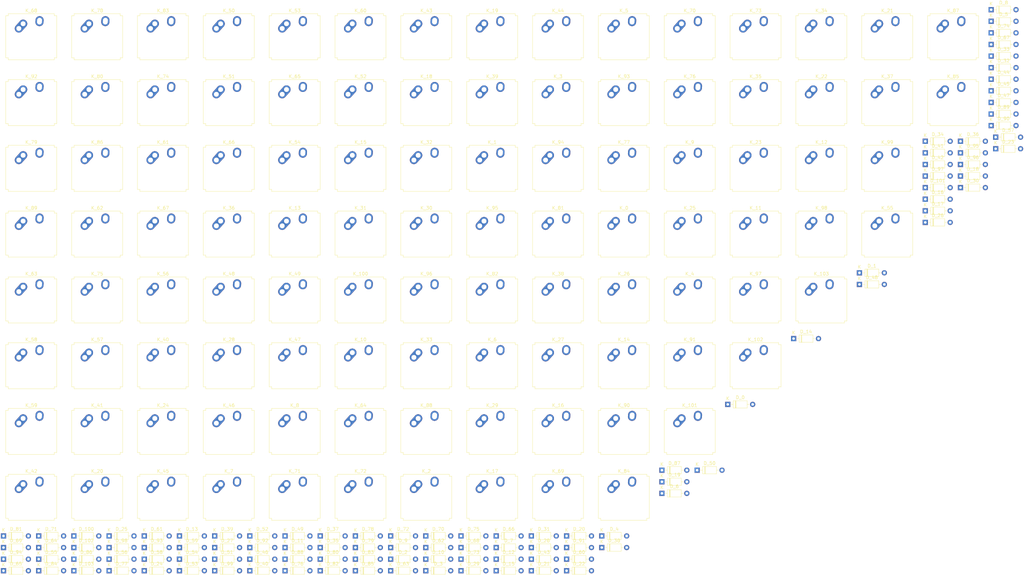
<source format=kicad_pcb>
(kicad_pcb (version 20171130) (host pcbnew 5.1.10-88a1d61d58~88~ubuntu20.04.1)
  (layers (0 F.Cu signal) (31 B.Cu signal) (34 B.Paste user) (35 F.Paste user) (36 B.SilkS user) (37 F.SilkS user) (38 B.Mask user) (39 F.Mask user) (44 Edge.Cuts user))
  (net 0 "")
  (module Diode_THT:D_DO-35_SOD27_P7.62mm_Horizontal (layer F.Cu) (at 292.575001 181.865001)
    (fp_text reference D_0 (at 3.81 -2.12) (layer F.SilkS))
    (fp_text value D)
    (fp_text user K (at 0 -1.8) (layer F.SilkS))
    (pad 2 thru_hole oval (at 7.62 0) (size 1.6 1.6) (drill 0.8) (layers *.Cu *.Mask))
    (pad 1 thru_hole rect (at 0 0) (size 1.6 1.6) (drill 0.8) (layers *.Cu *.Mask))
  )
  (module Diode_THT:D_DO-35_SOD27_P7.62mm_Horizontal (layer F.Cu) (at 332.875001 141.565001)
    (fp_text reference D_1 (at 3.81 -2.12) (layer F.SilkS))
    (fp_text value D)
    (fp_text user K (at 0 -1.8) (layer F.SilkS))
    (pad 2 thru_hole oval (at 7.62 0) (size 1.6 1.6) (drill 0.8) (layers *.Cu *.Mask))
    (pad 1 thru_hole rect (at 0 0) (size 1.6 1.6) (drill 0.8) (layers *.Cu *.Mask))
  )
  (module Diode_THT:D_DO-35_SOD27_P7.62mm_Horizontal (layer F.Cu) (at 189.395001 229.265001)
    (fp_text reference D_2 (at 3.81 -2.12) (layer F.SilkS))
    (fp_text value D)
    (fp_text user K (at 0 -1.8) (layer F.SilkS))
    (pad 1 thru_hole rect (at 0 0) (size 1.6 1.6) (drill 0.8) (layers *.Cu *.Mask))
    (pad 2 thru_hole oval (at 7.62 0) (size 1.6 1.6) (drill 0.8) (layers *.Cu *.Mask))
  )
  (module Diode_THT:D_DO-35_SOD27_P7.62mm_Horizontal (layer F.Cu) (at 200.165001 232.815001)
    (fp_text reference D_3 (at 3.81 -2.12) (layer F.SilkS))
    (fp_text value D)
    (fp_text user K (at 0 -1.8) (layer F.SilkS))
    (pad 2 thru_hole oval (at 7.62 0) (size 1.6 1.6) (drill 0.8) (layers *.Cu *.Mask))
    (pad 1 thru_hole rect (at 0 0) (size 1.6 1.6) (drill 0.8) (layers *.Cu *.Mask))
  )
  (module Diode_THT:D_DO-35_SOD27_P7.62mm_Horizontal (layer F.Cu) (at 254.015001 222.165001)
    (fp_text reference D_4 (at 3.81 -2.12) (layer F.SilkS))
    (fp_text value D)
    (fp_text user K (at 0 -1.8) (layer F.SilkS))
    (pad 1 thru_hole rect (at 0 0) (size 1.6 1.6) (drill 0.8) (layers *.Cu *.Mask))
    (pad 2 thru_hole oval (at 7.62 0) (size 1.6 1.6) (drill 0.8) (layers *.Cu *.Mask))
  )
  (module Diode_THT:D_DO-35_SOD27_P7.62mm_Horizontal (layer F.Cu) (at 373.175001 64.515001)
    (fp_text reference D_5 (at 3.81 -2.12) (layer F.SilkS))
    (fp_text value D)
    (fp_text user K (at 0 -1.8) (layer F.SilkS))
    (pad 2 thru_hole oval (at 7.62 0) (size 1.6 1.6) (drill 0.8) (layers *.Cu *.Mask))
    (pad 1 thru_hole rect (at 0 0) (size 1.6 1.6) (drill 0.8) (layers *.Cu *.Mask))
  )
  (module Diode_THT:D_DO-35_SOD27_P7.62mm_Horizontal (layer F.Cu) (at 272.425001 209.115001)
    (fp_text reference D_6 (at 3.81 -2.12) (layer F.SilkS))
    (fp_text value D)
    (fp_text user K (at 0 -1.8) (layer F.SilkS))
    (pad 1 thru_hole rect (at 0 0) (size 1.6 1.6) (drill 0.8) (layers *.Cu *.Mask))
    (pad 2 thru_hole oval (at 7.62 0) (size 1.6 1.6) (drill 0.8) (layers *.Cu *.Mask))
  )
  (module Diode_THT:D_DO-35_SOD27_P7.62mm_Horizontal (layer F.Cu) (at 221.705001 225.715001)
    (fp_text reference D_7 (at 3.81 -2.12) (layer F.SilkS))
    (fp_text value D)
    (fp_text user K (at 0 -1.8) (layer F.SilkS))
    (pad 2 thru_hole oval (at 7.62 0) (size 1.6 1.6) (drill 0.8) (layers *.Cu *.Mask))
    (pad 1 thru_hole rect (at 0 0) (size 1.6 1.6) (drill 0.8) (layers *.Cu *.Mask))
  )
  (module Diode_THT:D_DO-35_SOD27_P7.62mm_Horizontal (layer F.Cu) (at 373.175001 60.965001)
    (fp_text reference D_8 (at 3.81 -2.12) (layer F.SilkS))
    (fp_text value D)
    (fp_text user K (at 0 -1.8) (layer F.SilkS))
    (pad 1 thru_hole rect (at 0 0) (size 1.6 1.6) (drill 0.8) (layers *.Cu *.Mask))
    (pad 2 thru_hole oval (at 7.62 0) (size 1.6 1.6) (drill 0.8) (layers *.Cu *.Mask))
  )
  (module Diode_THT:D_DO-35_SOD27_P7.62mm_Horizontal (layer F.Cu) (at 189.395001 225.715001)
    (fp_text reference D_9 (at 3.81 -2.12) (layer F.SilkS))
    (fp_text value D)
    (fp_text user K (at 0 -1.8) (layer F.SilkS))
    (pad 2 thru_hole oval (at 7.62 0) (size 1.6 1.6) (drill 0.8) (layers *.Cu *.Mask))
    (pad 1 thru_hole rect (at 0 0) (size 1.6 1.6) (drill 0.8) (layers *.Cu *.Mask))
  )
  (module Diode_THT:D_DO-35_SOD27_P7.62mm_Horizontal (layer F.Cu) (at 200.165001 229.265001)
    (fp_text reference D_10 (at 3.81 -2.12) (layer F.SilkS))
    (fp_text value D)
    (fp_text user K (at 0 -1.8) (layer F.SilkS))
    (pad 1 thru_hole rect (at 0 0) (size 1.6 1.6) (drill 0.8) (layers *.Cu *.Mask))
    (pad 2 thru_hole oval (at 7.62 0) (size 1.6 1.6) (drill 0.8) (layers *.Cu *.Mask))
  )
  (module Diode_THT:D_DO-35_SOD27_P7.62mm_Horizontal (layer F.Cu) (at 157.085001 225.715001)
    (fp_text reference D_11 (at 3.81 -2.12) (layer F.SilkS))
    (fp_text value D)
    (fp_text user K (at 0 -1.8) (layer F.SilkS))
    (pad 2 thru_hole oval (at 7.62 0) (size 1.6 1.6) (drill 0.8) (layers *.Cu *.Mask))
    (pad 1 thru_hole rect (at 0 0) (size 1.6 1.6) (drill 0.8) (layers *.Cu *.Mask))
  )
  (module Diode_THT:D_DO-35_SOD27_P7.62mm_Horizontal (layer F.Cu) (at 221.705001 229.265001)
    (fp_text reference D_12 (at 3.81 -2.12) (layer F.SilkS))
    (fp_text value D)
    (fp_text user K (at 0 -1.8) (layer F.SilkS))
    (pad 1 thru_hole rect (at 0 0) (size 1.6 1.6) (drill 0.8) (layers *.Cu *.Mask))
    (pad 2 thru_hole oval (at 7.62 0) (size 1.6 1.6) (drill 0.8) (layers *.Cu *.Mask))
  )
  (module Diode_THT:D_DO-35_SOD27_P7.62mm_Horizontal (layer F.Cu) (at 124.775001 222.165001)
    (fp_text reference D_13 (at 3.81 -2.12) (layer F.SilkS))
    (fp_text value D)
    (fp_text user K (at 0 -1.8) (layer F.SilkS))
    (pad 2 thru_hole oval (at 7.62 0) (size 1.6 1.6) (drill 0.8) (layers *.Cu *.Mask))
    (pad 1 thru_hole rect (at 0 0) (size 1.6 1.6) (drill 0.8) (layers *.Cu *.Mask))
  )
  (module Diode_THT:D_DO-35_SOD27_P7.62mm_Horizontal (layer F.Cu) (at 312.725001 161.715001)
    (fp_text reference D_14 (at 3.81 -2.12) (layer F.SilkS))
    (fp_text value D)
    (fp_text user K (at 0 -1.8) (layer F.SilkS))
    (pad 1 thru_hole rect (at 0 0) (size 1.6 1.6) (drill 0.8) (layers *.Cu *.Mask))
    (pad 2 thru_hole oval (at 7.62 0) (size 1.6 1.6) (drill 0.8) (layers *.Cu *.Mask))
  )
  (module Diode_THT:D_DO-35_SOD27_P7.62mm_Horizontal (layer F.Cu) (at 221.705001 232.815001)
    (fp_text reference D_15 (at 3.81 -2.12) (layer F.SilkS))
    (fp_text value D)
    (fp_text user K (at 0 -1.8) (layer F.SilkS))
    (pad 2 thru_hole oval (at 7.62 0) (size 1.6 1.6) (drill 0.8) (layers *.Cu *.Mask))
    (pad 1 thru_hole rect (at 0 0) (size 1.6 1.6) (drill 0.8) (layers *.Cu *.Mask))
  )
  (module Diode_THT:D_DO-35_SOD27_P7.62mm_Horizontal (layer F.Cu) (at 353.025001 119.015001)
    (fp_text reference D_16 (at 3.81 -2.12) (layer F.SilkS))
    (fp_text value D)
    (fp_text user K (at 0 -1.8) (layer F.SilkS))
    (pad 1 thru_hole rect (at 0 0) (size 1.6 1.6) (drill 0.8) (layers *.Cu *.Mask))
    (pad 2 thru_hole oval (at 7.62 0) (size 1.6 1.6) (drill 0.8) (layers *.Cu *.Mask))
  )
  (module Diode_THT:D_DO-35_SOD27_P7.62mm_Horizontal (layer F.Cu) (at 353.025001 122.565001)
    (fp_text reference D_17 (at 3.81 -2.12) (layer F.SilkS))
    (fp_text value D)
    (fp_text user K (at 0 -1.8) (layer F.SilkS))
    (pad 1 thru_hole rect (at 0 0) (size 1.6 1.6) (drill 0.8) (layers *.Cu *.Mask))
    (pad 2 thru_hole oval (at 7.62 0) (size 1.6 1.6) (drill 0.8) (layers *.Cu *.Mask))
  )
  (module Diode_THT:D_DO-35_SOD27_P7.62mm_Horizontal (layer F.Cu) (at 363.795001 111.915001)
    (fp_text reference D_18 (at 3.81 -2.12) (layer F.SilkS))
    (fp_text value D)
    (fp_text user K (at 0 -1.8) (layer F.SilkS))
    (pad 1 thru_hole rect (at 0 0) (size 1.6 1.6) (drill 0.8) (layers *.Cu *.Mask))
    (pad 2 thru_hole oval (at 7.62 0) (size 1.6 1.6) (drill 0.8) (layers *.Cu *.Mask))
  )
  (module Diode_THT:D_DO-35_SOD27_P7.62mm_Horizontal (layer F.Cu) (at 272.425001 205.565001)
    (fp_text reference D_19 (at 3.81 -2.12) (layer F.SilkS))
    (fp_text value D)
    (fp_text user K (at 0 -1.8) (layer F.SilkS))
    (pad 2 thru_hole oval (at 7.62 0) (size 1.6 1.6) (drill 0.8) (layers *.Cu *.Mask))
    (pad 1 thru_hole rect (at 0 0) (size 1.6 1.6) (drill 0.8) (layers *.Cu *.Mask))
  )
  (module Diode_THT:D_DO-35_SOD27_P7.62mm_Horizontal (layer F.Cu) (at 243.245001 222.165001)
    (fp_text reference D_20 (at 3.81 -2.12) (layer F.SilkS))
    (fp_text value D)
    (fp_text user K (at 0 -1.8) (layer F.SilkS))
    (pad 2 thru_hole oval (at 7.62 0) (size 1.6 1.6) (drill 0.8) (layers *.Cu *.Mask))
    (pad 1 thru_hole rect (at 0 0) (size 1.6 1.6) (drill 0.8) (layers *.Cu *.Mask))
  )
  (module Diode_THT:D_DO-35_SOD27_P7.62mm_Horizontal (layer F.Cu) (at 232.475001 232.815001)
    (fp_text reference D_21 (at 3.81 -2.12) (layer F.SilkS))
    (fp_text value D)
    (fp_text user K (at 0 -1.8) (layer F.SilkS))
    (pad 1 thru_hole rect (at 0 0) (size 1.6 1.6) (drill 0.8) (layers *.Cu *.Mask))
    (pad 2 thru_hole oval (at 7.62 0) (size 1.6 1.6) (drill 0.8) (layers *.Cu *.Mask))
  )
  (module Diode_THT:D_DO-35_SOD27_P7.62mm_Horizontal (layer F.Cu) (at 243.245001 232.815001)
    (fp_text reference D_22 (at 3.81 -2.12) (layer F.SilkS))
    (fp_text value D)
    (fp_text user K (at 0 -1.8) (layer F.SilkS))
    (pad 2 thru_hole oval (at 7.62 0) (size 1.6 1.6) (drill 0.8) (layers *.Cu *.Mask))
    (pad 1 thru_hole rect (at 0 0) (size 1.6 1.6) (drill 0.8) (layers *.Cu *.Mask))
  )
  (module Diode_THT:D_DO-35_SOD27_P7.62mm_Horizontal (layer F.Cu) (at 374.565001 103.565001)
    (fp_text reference D_23 (at 3.81 -2.12) (layer F.SilkS))
    (fp_text value D)
    (fp_text user K (at 0 -1.8) (layer F.SilkS))
    (pad 1 thru_hole rect (at 0 0) (size 1.6 1.6) (drill 0.8) (layers *.Cu *.Mask))
    (pad 2 thru_hole oval (at 7.62 0) (size 1.6 1.6) (drill 0.8) (layers *.Cu *.Mask))
  )
  (module Diode_THT:D_DO-35_SOD27_P7.62mm_Horizontal (layer F.Cu) (at 114.005001 232.815001)
    (fp_text reference D_24 (at 3.81 -2.12) (layer F.SilkS))
    (fp_text value D)
    (fp_text user K (at 0 -1.8) (layer F.SilkS))
    (pad 2 thru_hole oval (at 7.62 0) (size 1.6 1.6) (drill 0.8) (layers *.Cu *.Mask))
    (pad 1 thru_hole rect (at 0 0) (size 1.6 1.6) (drill 0.8) (layers *.Cu *.Mask))
  )
  (module Diode_THT:D_DO-35_SOD27_P7.62mm_Horizontal (layer F.Cu) (at 103.235001 222.165001)
    (fp_text reference D_25 (at 3.81 -2.12) (layer F.SilkS))
    (fp_text value D)
    (fp_text user K (at 0 -1.8) (layer F.SilkS))
    (pad 1 thru_hole rect (at 0 0) (size 1.6 1.6) (drill 0.8) (layers *.Cu *.Mask))
    (pad 2 thru_hole oval (at 7.62 0) (size 1.6 1.6) (drill 0.8) (layers *.Cu *.Mask))
  )
  (module Diode_THT:D_DO-35_SOD27_P7.62mm_Horizontal (layer F.Cu) (at 353.025001 126.115001)
    (fp_text reference D_26 (at 3.81 -2.12) (layer F.SilkS))
    (fp_text value D)
    (fp_text user K (at 0 -1.8) (layer F.SilkS))
    (pad 2 thru_hole oval (at 7.62 0) (size 1.6 1.6) (drill 0.8) (layers *.Cu *.Mask))
    (pad 1 thru_hole rect (at 0 0) (size 1.6 1.6) (drill 0.8) (layers *.Cu *.Mask))
  )
  (module Diode_THT:D_DO-35_SOD27_P7.62mm_Horizontal (layer F.Cu) (at 135.545001 225.715001)
    (fp_text reference D_27 (at 3.81 -2.12) (layer F.SilkS))
    (fp_text value D)
    (fp_text user K (at 0 -1.8) (layer F.SilkS))
    (pad 1 thru_hole rect (at 0 0) (size 1.6 1.6) (drill 0.8) (layers *.Cu *.Mask))
    (pad 2 thru_hole oval (at 7.62 0) (size 1.6 1.6) (drill 0.8) (layers *.Cu *.Mask))
  )
  (module Diode_THT:D_DO-35_SOD27_P7.62mm_Horizontal (layer F.Cu) (at 232.475001 225.715001)
    (fp_text reference D_28 (at 3.81 -2.12) (layer F.SilkS))
    (fp_text value D)
    (fp_text user K (at 0 -1.8) (layer F.SilkS))
    (pad 2 thru_hole oval (at 7.62 0) (size 1.6 1.6) (drill 0.8) (layers *.Cu *.Mask))
    (pad 1 thru_hole rect (at 0 0) (size 1.6 1.6) (drill 0.8) (layers *.Cu *.Mask))
  )
  (module Diode_THT:D_DO-35_SOD27_P7.62mm_Horizontal (layer F.Cu) (at 210.935001 232.815001)
    (fp_text reference D_29 (at 3.81 -2.12) (layer F.SilkS))
    (fp_text value D)
    (fp_text user K (at 0 -1.8) (layer F.SilkS))
    (pad 2 thru_hole oval (at 7.62 0) (size 1.6 1.6) (drill 0.8) (layers *.Cu *.Mask))
    (pad 1 thru_hole rect (at 0 0) (size 1.6 1.6) (drill 0.8) (layers *.Cu *.Mask))
  )
  (module Diode_THT:D_DO-35_SOD27_P7.62mm_Horizontal (layer F.Cu) (at 363.795001 115.465001)
    (fp_text reference D_30 (at 3.81 -2.12) (layer F.SilkS))
    (fp_text value D)
    (fp_text user K (at 0 -1.8) (layer F.SilkS))
    (pad 1 thru_hole rect (at 0 0) (size 1.6 1.6) (drill 0.8) (layers *.Cu *.Mask))
    (pad 2 thru_hole oval (at 7.62 0) (size 1.6 1.6) (drill 0.8) (layers *.Cu *.Mask))
  )
  (module Diode_THT:D_DO-35_SOD27_P7.62mm_Horizontal (layer F.Cu) (at 232.475001 222.165001)
    (fp_text reference D_31 (at 3.81 -2.12) (layer F.SilkS))
    (fp_text value D)
    (fp_text user K (at 0 -1.8) (layer F.SilkS))
    (pad 2 thru_hole oval (at 7.62 0) (size 1.6 1.6) (drill 0.8) (layers *.Cu *.Mask))
    (pad 1 thru_hole rect (at 0 0) (size 1.6 1.6) (drill 0.8) (layers *.Cu *.Mask))
  )
  (module Diode_THT:D_DO-35_SOD27_P7.62mm_Horizontal (layer F.Cu) (at 373.175001 78.715001)
    (fp_text reference D_32 (at 3.81 -2.12) (layer F.SilkS))
    (fp_text value D)
    (fp_text user K (at 0 -1.8) (layer F.SilkS))
    (pad 1 thru_hole rect (at 0 0) (size 1.6 1.6) (drill 0.8) (layers *.Cu *.Mask))
    (pad 2 thru_hole oval (at 7.62 0) (size 1.6 1.6) (drill 0.8) (layers *.Cu *.Mask))
  )
  (module Diode_THT:D_DO-35_SOD27_P7.62mm_Horizontal (layer F.Cu) (at 373.175001 75.165001)
    (fp_text reference D_33 (at 3.81 -2.12) (layer F.SilkS))
    (fp_text value D)
    (fp_text user K (at 0 -1.8) (layer F.SilkS))
    (pad 2 thru_hole oval (at 7.62 0) (size 1.6 1.6) (drill 0.8) (layers *.Cu *.Mask))
    (pad 1 thru_hole rect (at 0 0) (size 1.6 1.6) (drill 0.8) (layers *.Cu *.Mask))
  )
  (module Diode_THT:D_DO-35_SOD27_P7.62mm_Horizontal (layer F.Cu) (at 353.025001 101.265001)
    (fp_text reference D_34 (at 3.81 -2.12) (layer F.SilkS))
    (fp_text value D)
    (fp_text user K (at 0 -1.8) (layer F.SilkS))
    (pad 1 thru_hole rect (at 0 0) (size 1.6 1.6) (drill 0.8) (layers *.Cu *.Mask))
    (pad 2 thru_hole oval (at 7.62 0) (size 1.6 1.6) (drill 0.8) (layers *.Cu *.Mask))
  )
  (module Diode_THT:D_DO-35_SOD27_P7.62mm_Horizontal (layer F.Cu) (at 167.855001 225.715001)
    (fp_text reference D_35 (at 3.81 -2.12) (layer F.SilkS))
    (fp_text value D)
    (fp_text user K (at 0 -1.8) (layer F.SilkS))
    (pad 2 thru_hole oval (at 7.62 0) (size 1.6 1.6) (drill 0.8) (layers *.Cu *.Mask))
    (pad 1 thru_hole rect (at 0 0) (size 1.6 1.6) (drill 0.8) (layers *.Cu *.Mask))
  )
  (module Diode_THT:D_DO-35_SOD27_P7.62mm_Horizontal (layer F.Cu) (at 363.795001 101.265001)
    (fp_text reference D_36 (at 3.81 -2.12) (layer F.SilkS))
    (fp_text value D)
    (fp_text user K (at 0 -1.8) (layer F.SilkS))
    (pad 1 thru_hole rect (at 0 0) (size 1.6 1.6) (drill 0.8) (layers *.Cu *.Mask))
    (pad 2 thru_hole oval (at 7.62 0) (size 1.6 1.6) (drill 0.8) (layers *.Cu *.Mask))
  )
  (module Diode_THT:D_DO-35_SOD27_P7.62mm_Horizontal (layer F.Cu) (at 167.855001 222.165001)
    (fp_text reference D_37 (at 3.81 -2.12) (layer F.SilkS))
    (fp_text value D)
    (fp_text user K (at 0 -1.8) (layer F.SilkS))
    (pad 2 thru_hole oval (at 7.62 0) (size 1.6 1.6) (drill 0.8) (layers *.Cu *.Mask))
    (pad 1 thru_hole rect (at 0 0) (size 1.6 1.6) (drill 0.8) (layers *.Cu *.Mask))
  )
  (module Diode_THT:D_DO-35_SOD27_P7.62mm_Horizontal (layer F.Cu) (at 254.015001 225.715001)
    (fp_text reference D_38 (at 3.81 -2.12) (layer F.SilkS))
    (fp_text value D)
    (fp_text user K (at 0 -1.8) (layer F.SilkS))
    (pad 1 thru_hole rect (at 0 0) (size 1.6 1.6) (drill 0.8) (layers *.Cu *.Mask))
    (pad 2 thru_hole oval (at 7.62 0) (size 1.6 1.6) (drill 0.8) (layers *.Cu *.Mask))
  )
  (module Diode_THT:D_DO-35_SOD27_P7.62mm_Horizontal (layer F.Cu) (at 135.545001 222.165001)
    (fp_text reference D_39 (at 3.81 -2.12) (layer F.SilkS))
    (fp_text value D)
    (fp_text user K (at 0 -1.8) (layer F.SilkS))
    (pad 2 thru_hole oval (at 7.62 0) (size 1.6 1.6) (drill 0.8) (layers *.Cu *.Mask))
    (pad 1 thru_hole rect (at 0 0) (size 1.6 1.6) (drill 0.8) (layers *.Cu *.Mask))
  )
  (module Diode_THT:D_DO-35_SOD27_P7.62mm_Horizontal (layer F.Cu) (at 146.315001 232.815001)
    (fp_text reference D_40 (at 3.81 -2.12) (layer F.SilkS))
    (fp_text value D)
    (fp_text user K (at 0 -1.8) (layer F.SilkS))
    (pad 1 thru_hole rect (at 0 0) (size 1.6 1.6) (drill 0.8) (layers *.Cu *.Mask))
    (pad 2 thru_hole oval (at 7.62 0) (size 1.6 1.6) (drill 0.8) (layers *.Cu *.Mask))
  )
  (module Diode_THT:D_DO-35_SOD27_P7.62mm_Horizontal (layer F.Cu) (at 353.025001 104.815001)
    (fp_text reference D_41 (at 3.81 -2.12) (layer F.SilkS))
    (fp_text value D)
    (fp_text user K (at 0 -1.8) (layer F.SilkS))
    (pad 1 thru_hole rect (at 0 0) (size 1.6 1.6) (drill 0.8) (layers *.Cu *.Mask))
    (pad 2 thru_hole oval (at 7.62 0) (size 1.6 1.6) (drill 0.8) (layers *.Cu *.Mask))
  )
  (module Diode_THT:D_DO-35_SOD27_P7.62mm_Horizontal (layer F.Cu) (at 353.025001 108.365001)
    (fp_text reference D_42 (at 3.81 -2.12) (layer F.SilkS))
    (fp_text value D)
    (fp_text user K (at 0 -1.8) (layer F.SilkS))
    (pad 2 thru_hole oval (at 7.62 0) (size 1.6 1.6) (drill 0.8) (layers *.Cu *.Mask))
    (pad 1 thru_hole rect (at 0 0) (size 1.6 1.6) (drill 0.8) (layers *.Cu *.Mask))
  )
  (module Diode_THT:D_DO-35_SOD27_P7.62mm_Horizontal (layer F.Cu) (at 232.475001 229.265001)
    (fp_text reference D_43 (at 3.81 -2.12) (layer F.SilkS))
    (fp_text value D)
    (fp_text user K (at 0 -1.8) (layer F.SilkS))
    (pad 1 thru_hole rect (at 0 0) (size 1.6 1.6) (drill 0.8) (layers *.Cu *.Mask))
    (pad 2 thru_hole oval (at 7.62 0) (size 1.6 1.6) (drill 0.8) (layers *.Cu *.Mask))
  )
  (module Diode_THT:D_DO-35_SOD27_P7.62mm_Horizontal (layer F.Cu) (at 373.175001 82.265001)
    (fp_text reference D_44 (at 3.81 -2.12) (layer F.SilkS))
    (fp_text value D)
    (fp_text user K (at 0 -1.8) (layer F.SilkS))
    (pad 2 thru_hole oval (at 7.62 0) (size 1.6 1.6) (drill 0.8) (layers *.Cu *.Mask))
    (pad 1 thru_hole rect (at 0 0) (size 1.6 1.6) (drill 0.8) (layers *.Cu *.Mask))
  )
  (module Diode_THT:D_DO-35_SOD27_P7.62mm_Horizontal (layer F.Cu) (at 373.175001 85.815001)
    (fp_text reference D_45 (at 3.81 -2.12) (layer F.SilkS))
    (fp_text value D)
    (fp_text user K (at 0 -1.8) (layer F.SilkS))
    (pad 1 thru_hole rect (at 0 0) (size 1.6 1.6) (drill 0.8) (layers *.Cu *.Mask))
    (pad 2 thru_hole oval (at 7.62 0) (size 1.6 1.6) (drill 0.8) (layers *.Cu *.Mask))
  )
  (module Diode_THT:D_DO-35_SOD27_P7.62mm_Horizontal (layer F.Cu) (at 146.315001 229.265001)
    (fp_text reference D_46 (at 3.81 -2.12) (layer F.SilkS))
    (fp_text value D)
    (fp_text user K (at 0 -1.8) (layer F.SilkS))
    (pad 2 thru_hole oval (at 7.62 0) (size 1.6 1.6) (drill 0.8) (layers *.Cu *.Mask))
    (pad 1 thru_hole rect (at 0 0) (size 1.6 1.6) (drill 0.8) (layers *.Cu *.Mask))
  )
  (module Diode_THT:D_DO-35_SOD27_P7.62mm_Horizontal (layer F.Cu) (at 373.175001 89.365001)
    (fp_text reference D_47 (at 3.81 -2.12) (layer F.SilkS))
    (fp_text value D)
    (fp_text user K (at 0 -1.8) (layer F.SilkS))
    (pad 1 thru_hole rect (at 0 0) (size 1.6 1.6) (drill 0.8) (layers *.Cu *.Mask))
    (pad 2 thru_hole oval (at 7.62 0) (size 1.6 1.6) (drill 0.8) (layers *.Cu *.Mask))
  )
  (module Diode_THT:D_DO-35_SOD27_P7.62mm_Horizontal (layer F.Cu) (at 332.875001 145.115001)
    (fp_text reference D_48 (at 3.81 -2.12) (layer F.SilkS))
    (fp_text value D)
    (fp_text user K (at 0 -1.8) (layer F.SilkS))
    (pad 2 thru_hole oval (at 7.62 0) (size 1.6 1.6) (drill 0.8) (layers *.Cu *.Mask))
    (pad 1 thru_hole rect (at 0 0) (size 1.6 1.6) (drill 0.8) (layers *.Cu *.Mask))
  )
  (module Diode_THT:D_DO-35_SOD27_P7.62mm_Horizontal (layer F.Cu) (at 157.085001 222.165001)
    (fp_text reference D_49 (at 3.81 -2.12) (layer F.SilkS))
    (fp_text value D)
    (fp_text user K (at 0 -1.8) (layer F.SilkS))
    (pad 1 thru_hole rect (at 0 0) (size 1.6 1.6) (drill 0.8) (layers *.Cu *.Mask))
    (pad 2 thru_hole oval (at 7.62 0) (size 1.6 1.6) (drill 0.8) (layers *.Cu *.Mask))
  )
  (module Diode_THT:D_DO-35_SOD27_P7.62mm_Horizontal (layer F.Cu) (at 283.195001 202.015001)
    (fp_text reference D_50 (at 3.81 -2.12) (layer F.SilkS))
    (fp_text value D)
    (fp_text user K (at 0 -1.8) (layer F.SilkS))
    (pad 1 thru_hole rect (at 0 0) (size 1.6 1.6) (drill 0.8) (layers *.Cu *.Mask))
    (pad 2 thru_hole oval (at 7.62 0) (size 1.6 1.6) (drill 0.8) (layers *.Cu *.Mask))
  )
  (module Diode_THT:D_DO-35_SOD27_P7.62mm_Horizontal (layer F.Cu) (at 135.545001 229.265001)
    (fp_text reference D_51 (at 3.81 -2.12) (layer F.SilkS))
    (fp_text value D)
    (fp_text user K (at 0 -1.8) (layer F.SilkS))
    (pad 2 thru_hole oval (at 7.62 0) (size 1.6 1.6) (drill 0.8) (layers *.Cu *.Mask))
    (pad 1 thru_hole rect (at 0 0) (size 1.6 1.6) (drill 0.8) (layers *.Cu *.Mask))
  )
  (module Diode_THT:D_DO-35_SOD27_P7.62mm_Horizontal (layer F.Cu) (at 146.315001 222.165001)
    (fp_text reference D_52 (at 3.81 -2.12) (layer F.SilkS))
    (fp_text value D)
    (fp_text user K (at 0 -1.8) (layer F.SilkS))
    (pad 2 thru_hole oval (at 7.62 0) (size 1.6 1.6) (drill 0.8) (layers *.Cu *.Mask))
    (pad 1 thru_hole rect (at 0 0) (size 1.6 1.6) (drill 0.8) (layers *.Cu *.Mask))
  )
  (module Diode_THT:D_DO-35_SOD27_P7.62mm_Horizontal (layer F.Cu) (at 124.775001 232.815001)
    (fp_text reference D_53 (at 3.81 -2.12) (layer F.SilkS))
    (fp_text value D)
    (fp_text user K (at 0 -1.8) (layer F.SilkS))
    (pad 2 thru_hole oval (at 7.62 0) (size 1.6 1.6) (drill 0.8) (layers *.Cu *.Mask))
    (pad 1 thru_hole rect (at 0 0) (size 1.6 1.6) (drill 0.8) (layers *.Cu *.Mask))
  )
  (module Diode_THT:D_DO-35_SOD27_P7.62mm_Horizontal (layer F.Cu) (at 124.775001 229.265001)
    (fp_text reference D_54 (at 3.81 -2.12) (layer F.SilkS))
    (fp_text value D)
    (fp_text user K (at 0 -1.8) (layer F.SilkS))
    (pad 1 thru_hole rect (at 0 0) (size 1.6 1.6) (drill 0.8) (layers *.Cu *.Mask))
    (pad 2 thru_hole oval (at 7.62 0) (size 1.6 1.6) (drill 0.8) (layers *.Cu *.Mask))
  )
  (module Diode_THT:D_DO-35_SOD27_P7.62mm_Horizontal (layer F.Cu) (at 81.695001 229.265001)
    (fp_text reference D_55 (at 3.81 -2.12) (layer F.SilkS))
    (fp_text value D)
    (fp_text user K (at 0 -1.8) (layer F.SilkS))
    (pad 2 thru_hole oval (at 7.62 0) (size 1.6 1.6) (drill 0.8) (layers *.Cu *.Mask))
    (pad 1 thru_hole rect (at 0 0) (size 1.6 1.6) (drill 0.8) (layers *.Cu *.Mask))
  )
  (module Diode_THT:D_DO-35_SOD27_P7.62mm_Horizontal (layer F.Cu) (at 103.235001 229.265001)
    (fp_text reference D_56 (at 3.81 -2.12) (layer F.SilkS))
    (fp_text value D)
    (fp_text user K (at 0 -1.8) (layer F.SilkS))
    (pad 1 thru_hole rect (at 0 0) (size 1.6 1.6) (drill 0.8) (layers *.Cu *.Mask))
    (pad 2 thru_hole oval (at 7.62 0) (size 1.6 1.6) (drill 0.8) (layers *.Cu *.Mask))
  )
  (module Diode_THT:D_DO-35_SOD27_P7.62mm_Horizontal (layer F.Cu) (at 374.565001 100.015001)
    (fp_text reference D_57 (at 3.81 -2.12) (layer F.SilkS))
    (fp_text value D)
    (fp_text user K (at 0 -1.8) (layer F.SilkS))
    (pad 2 thru_hole oval (at 7.62 0) (size 1.6 1.6) (drill 0.8) (layers *.Cu *.Mask))
    (pad 1 thru_hole rect (at 0 0) (size 1.6 1.6) (drill 0.8) (layers *.Cu *.Mask))
  )
  (module Diode_THT:D_DO-35_SOD27_P7.62mm_Horizontal (layer F.Cu) (at 114.005001 229.265001)
    (fp_text reference D_58 (at 3.81 -2.12) (layer F.SilkS))
    (fp_text value D)
    (fp_text user K (at 0 -1.8) (layer F.SilkS))
    (pad 1 thru_hole rect (at 0 0) (size 1.6 1.6) (drill 0.8) (layers *.Cu *.Mask))
    (pad 2 thru_hole oval (at 7.62 0) (size 1.6 1.6) (drill 0.8) (layers *.Cu *.Mask))
  )
  (module Diode_THT:D_DO-35_SOD27_P7.62mm_Horizontal (layer F.Cu) (at 124.775001 225.715001)
    (fp_text reference D_59 (at 3.81 -2.12) (layer F.SilkS))
    (fp_text value D)
    (fp_text user K (at 0 -1.8) (layer F.SilkS))
    (pad 2 thru_hole oval (at 7.62 0) (size 1.6 1.6) (drill 0.8) (layers *.Cu *.Mask))
    (pad 1 thru_hole rect (at 0 0) (size 1.6 1.6) (drill 0.8) (layers *.Cu *.Mask))
  )
  (module Diode_THT:D_DO-35_SOD27_P7.62mm_Horizontal (layer F.Cu) (at 243.245001 229.265001)
    (fp_text reference D_60 (at 3.81 -2.12) (layer F.SilkS))
    (fp_text value D)
    (fp_text user K (at 0 -1.8) (layer F.SilkS))
    (pad 2 thru_hole oval (at 7.62 0) (size 1.6 1.6) (drill 0.8) (layers *.Cu *.Mask))
    (pad 1 thru_hole rect (at 0 0) (size 1.6 1.6) (drill 0.8) (layers *.Cu *.Mask))
  )
  (module Diode_THT:D_DO-35_SOD27_P7.62mm_Horizontal (layer F.Cu) (at 114.005001 222.165001)
    (fp_text reference D_61 (at 3.81 -2.12) (layer F.SilkS))
    (fp_text value D)
    (fp_text user K (at 0 -1.8) (layer F.SilkS))
    (pad 1 thru_hole rect (at 0 0) (size 1.6 1.6) (drill 0.8) (layers *.Cu *.Mask))
    (pad 2 thru_hole oval (at 7.62 0) (size 1.6 1.6) (drill 0.8) (layers *.Cu *.Mask))
  )
  (module Diode_THT:D_DO-35_SOD27_P7.62mm_Horizontal (layer F.Cu) (at 200.165001 225.715001)
    (fp_text reference D_62 (at 3.81 -2.12) (layer F.SilkS))
    (fp_text value D)
    (fp_text user K (at 0 -1.8) (layer F.SilkS))
    (pad 2 thru_hole oval (at 7.62 0) (size 1.6 1.6) (drill 0.8) (layers *.Cu *.Mask))
    (pad 1 thru_hole rect (at 0 0) (size 1.6 1.6) (drill 0.8) (layers *.Cu *.Mask))
  )
  (module Diode_THT:D_DO-35_SOD27_P7.62mm_Horizontal (layer F.Cu) (at 189.395001 232.815001)
    (fp_text reference D_63 (at 3.81 -2.12) (layer F.SilkS))
    (fp_text value D)
    (fp_text user K (at 0 -1.8) (layer F.SilkS))
    (pad 1 thru_hole rect (at 0 0) (size 1.6 1.6) (drill 0.8) (layers *.Cu *.Mask))
    (pad 2 thru_hole oval (at 7.62 0) (size 1.6 1.6) (drill 0.8) (layers *.Cu *.Mask))
  )
  (module Diode_THT:D_DO-35_SOD27_P7.62mm_Horizontal (layer F.Cu) (at 81.695001 225.715001)
    (fp_text reference D_64 (at 3.81 -2.12) (layer F.SilkS))
    (fp_text value D)
    (fp_text user K (at 0 -1.8) (layer F.SilkS))
    (pad 1 thru_hole rect (at 0 0) (size 1.6 1.6) (drill 0.8) (layers *.Cu *.Mask))
    (pad 2 thru_hole oval (at 7.62 0) (size 1.6 1.6) (drill 0.8) (layers *.Cu *.Mask))
  )
  (module Diode_THT:D_DO-35_SOD27_P7.62mm_Horizontal (layer F.Cu) (at 70.925001 232.815001)
    (fp_text reference D_65 (at 3.81 -2.12) (layer F.SilkS))
    (fp_text value D)
    (fp_text user K (at 0 -1.8) (layer F.SilkS))
    (pad 1 thru_hole rect (at 0 0) (size 1.6 1.6) (drill 0.8) (layers *.Cu *.Mask))
    (pad 2 thru_hole oval (at 7.62 0) (size 1.6 1.6) (drill 0.8) (layers *.Cu *.Mask))
  )
  (module Diode_THT:D_DO-35_SOD27_P7.62mm_Horizontal (layer F.Cu) (at 221.705001 222.165001)
    (fp_text reference D_66 (at 3.81 -2.12) (layer F.SilkS))
    (fp_text value D)
    (fp_text user K (at 0 -1.8) (layer F.SilkS))
    (pad 2 thru_hole oval (at 7.62 0) (size 1.6 1.6) (drill 0.8) (layers *.Cu *.Mask))
    (pad 1 thru_hole rect (at 0 0) (size 1.6 1.6) (drill 0.8) (layers *.Cu *.Mask))
  )
  (module Diode_THT:D_DO-35_SOD27_P7.62mm_Horizontal (layer F.Cu) (at 373.175001 71.615001)
    (fp_text reference D_67 (at 3.81 -2.12) (layer F.SilkS))
    (fp_text value D)
    (fp_text user K (at 0 -1.8) (layer F.SilkS))
    (pad 1 thru_hole rect (at 0 0) (size 1.6 1.6) (drill 0.8) (layers *.Cu *.Mask))
    (pad 2 thru_hole oval (at 7.62 0) (size 1.6 1.6) (drill 0.8) (layers *.Cu *.Mask))
  )
  (module Diode_THT:D_DO-35_SOD27_P7.62mm_Horizontal (layer F.Cu) (at 210.935001 225.715001)
    (fp_text reference D_68 (at 3.81 -2.12) (layer F.SilkS))
    (fp_text value D)
    (fp_text user K (at 0 -1.8) (layer F.SilkS))
    (pad 2 thru_hole oval (at 7.62 0) (size 1.6 1.6) (drill 0.8) (layers *.Cu *.Mask))
    (pad 1 thru_hole rect (at 0 0) (size 1.6 1.6) (drill 0.8) (layers *.Cu *.Mask))
  )
  (module Diode_THT:D_DO-35_SOD27_P7.62mm_Horizontal (layer F.Cu) (at 70.925001 225.715001)
    (fp_text reference D_69 (at 3.81 -2.12) (layer F.SilkS))
    (fp_text value D)
    (fp_text user K (at 0 -1.8) (layer F.SilkS))
    (pad 1 thru_hole rect (at 0 0) (size 1.6 1.6) (drill 0.8) (layers *.Cu *.Mask))
    (pad 2 thru_hole oval (at 7.62 0) (size 1.6 1.6) (drill 0.8) (layers *.Cu *.Mask))
  )
  (module Diode_THT:D_DO-35_SOD27_P7.62mm_Horizontal (layer F.Cu) (at 200.165001 222.165001)
    (fp_text reference D_70 (at 3.81 -2.12) (layer F.SilkS))
    (fp_text value D)
    (fp_text user K (at 0 -1.8) (layer F.SilkS))
    (pad 1 thru_hole rect (at 0 0) (size 1.6 1.6) (drill 0.8) (layers *.Cu *.Mask))
    (pad 2 thru_hole oval (at 7.62 0) (size 1.6 1.6) (drill 0.8) (layers *.Cu *.Mask))
  )
  (module Diode_THT:D_DO-35_SOD27_P7.62mm_Horizontal (layer F.Cu) (at 81.695001 222.165001)
    (fp_text reference D_71 (at 3.81 -2.12) (layer F.SilkS))
    (fp_text value D)
    (fp_text user K (at 0 -1.8) (layer F.SilkS))
    (pad 2 thru_hole oval (at 7.62 0) (size 1.6 1.6) (drill 0.8) (layers *.Cu *.Mask))
    (pad 1 thru_hole rect (at 0 0) (size 1.6 1.6) (drill 0.8) (layers *.Cu *.Mask))
  )
  (module Diode_THT:D_DO-35_SOD27_P7.62mm_Horizontal (layer F.Cu) (at 189.395001 222.165001)
    (fp_text reference D_72 (at 3.81 -2.12) (layer F.SilkS))
    (fp_text value D)
    (fp_text user K (at 0 -1.8) (layer F.SilkS))
    (pad 1 thru_hole rect (at 0 0) (size 1.6 1.6) (drill 0.8) (layers *.Cu *.Mask))
    (pad 2 thru_hole oval (at 7.62 0) (size 1.6 1.6) (drill 0.8) (layers *.Cu *.Mask))
  )
  (module Diode_THT:D_DO-35_SOD27_P7.62mm_Horizontal (layer F.Cu) (at 210.935001 229.265001)
    (fp_text reference D_73 (at 3.81 -2.12) (layer F.SilkS))
    (fp_text value D)
    (fp_text user K (at 0 -1.8) (layer F.SilkS))
    (pad 2 thru_hole oval (at 7.62 0) (size 1.6 1.6) (drill 0.8) (layers *.Cu *.Mask))
    (pad 1 thru_hole rect (at 0 0) (size 1.6 1.6) (drill 0.8) (layers *.Cu *.Mask))
  )
  (module Diode_THT:D_DO-35_SOD27_P7.62mm_Horizontal (layer F.Cu) (at 373.175001 68.065001)
    (fp_text reference D_74 (at 3.81 -2.12) (layer F.SilkS))
    (fp_text value D)
    (fp_text user K (at 0 -1.8) (layer F.SilkS))
    (pad 1 thru_hole rect (at 0 0) (size 1.6 1.6) (drill 0.8) (layers *.Cu *.Mask))
    (pad 2 thru_hole oval (at 7.62 0) (size 1.6 1.6) (drill 0.8) (layers *.Cu *.Mask))
  )
  (module Diode_THT:D_DO-35_SOD27_P7.62mm_Horizontal (layer F.Cu) (at 210.935001 222.165001)
    (fp_text reference D_75 (at 3.81 -2.12) (layer F.SilkS))
    (fp_text value D)
    (fp_text user K (at 0 -1.8) (layer F.SilkS))
    (pad 2 thru_hole oval (at 7.62 0) (size 1.6 1.6) (drill 0.8) (layers *.Cu *.Mask))
    (pad 1 thru_hole rect (at 0 0) (size 1.6 1.6) (drill 0.8) (layers *.Cu *.Mask))
  )
  (module Diode_THT:D_DO-35_SOD27_P7.62mm_Horizontal (layer F.Cu) (at 157.085001 232.815001)
    (fp_text reference D_76 (at 3.81 -2.12) (layer F.SilkS))
    (fp_text value D)
    (fp_text user K (at 0 -1.8) (layer F.SilkS))
    (pad 2 thru_hole oval (at 7.62 0) (size 1.6 1.6) (drill 0.8) (layers *.Cu *.Mask))
    (pad 1 thru_hole rect (at 0 0) (size 1.6 1.6) (drill 0.8) (layers *.Cu *.Mask))
  )
  (module Diode_THT:D_DO-35_SOD27_P7.62mm_Horizontal (layer F.Cu) (at 103.235001 232.815001)
    (fp_text reference D_77 (at 3.81 -2.12) (layer F.SilkS))
    (fp_text value D)
    (fp_text user K (at 0 -1.8) (layer F.SilkS))
    (pad 2 thru_hole oval (at 7.62 0) (size 1.6 1.6) (drill 0.8) (layers *.Cu *.Mask))
    (pad 1 thru_hole rect (at 0 0) (size 1.6 1.6) (drill 0.8) (layers *.Cu *.Mask))
  )
  (module Diode_THT:D_DO-35_SOD27_P7.62mm_Horizontal (layer F.Cu) (at 178.625001 222.165001)
    (fp_text reference D_78 (at 3.81 -2.12) (layer F.SilkS))
    (fp_text value D)
    (fp_text user K (at 0 -1.8) (layer F.SilkS))
    (pad 1 thru_hole rect (at 0 0) (size 1.6 1.6) (drill 0.8) (layers *.Cu *.Mask))
    (pad 2 thru_hole oval (at 7.62 0) (size 1.6 1.6) (drill 0.8) (layers *.Cu *.Mask))
  )
  (module Diode_THT:D_DO-35_SOD27_P7.62mm_Horizontal (layer F.Cu) (at 178.625001 225.715001)
    (fp_text reference D_79 (at 3.81 -2.12) (layer F.SilkS))
    (fp_text value D)
    (fp_text user K (at 0 -1.8) (layer F.SilkS))
    (pad 2 thru_hole oval (at 7.62 0) (size 1.6 1.6) (drill 0.8) (layers *.Cu *.Mask))
    (pad 1 thru_hole rect (at 0 0) (size 1.6 1.6) (drill 0.8) (layers *.Cu *.Mask))
  )
  (module Diode_THT:D_DO-35_SOD27_P7.62mm_Horizontal (layer F.Cu) (at 167.855001 229.265001)
    (fp_text reference D_80 (at 3.81 -2.12) (layer F.SilkS))
    (fp_text value D)
    (fp_text user K (at 0 -1.8) (layer F.SilkS))
    (pad 2 thru_hole oval (at 7.62 0) (size 1.6 1.6) (drill 0.8) (layers *.Cu *.Mask))
    (pad 1 thru_hole rect (at 0 0) (size 1.6 1.6) (drill 0.8) (layers *.Cu *.Mask))
  )
  (module Diode_THT:D_DO-35_SOD27_P7.62mm_Horizontal (layer F.Cu) (at 70.925001 222.165001)
    (fp_text reference D_81 (at 3.81 -2.12) (layer F.SilkS))
    (fp_text value D)
    (fp_text user K (at 0 -1.8) (layer F.SilkS))
    (pad 1 thru_hole rect (at 0 0) (size 1.6 1.6) (drill 0.8) (layers *.Cu *.Mask))
    (pad 2 thru_hole oval (at 7.62 0) (size 1.6 1.6) (drill 0.8) (layers *.Cu *.Mask))
  )
  (module Diode_THT:D_DO-35_SOD27_P7.62mm_Horizontal (layer F.Cu) (at 167.855001 232.815001)
    (fp_text reference D_82 (at 3.81 -2.12) (layer F.SilkS))
    (fp_text value D)
    (fp_text user K (at 0 -1.8) (layer F.SilkS))
    (pad 2 thru_hole oval (at 7.62 0) (size 1.6 1.6) (drill 0.8) (layers *.Cu *.Mask))
    (pad 1 thru_hole rect (at 0 0) (size 1.6 1.6) (drill 0.8) (layers *.Cu *.Mask))
  )
  (module Diode_THT:D_DO-35_SOD27_P7.62mm_Horizontal (layer F.Cu) (at 178.625001 229.265001)
    (fp_text reference D_83 (at 3.81 -2.12) (layer F.SilkS))
    (fp_text value D)
    (fp_text user K (at 0 -1.8) (layer F.SilkS))
    (pad 1 thru_hole rect (at 0 0) (size 1.6 1.6) (drill 0.8) (layers *.Cu *.Mask))
    (pad 2 thru_hole oval (at 7.62 0) (size 1.6 1.6) (drill 0.8) (layers *.Cu *.Mask))
  )
  (module Diode_THT:D_DO-35_SOD27_P7.62mm_Horizontal (layer F.Cu) (at 81.695001 232.815001)
    (fp_text reference D_84 (at 3.81 -2.12) (layer F.SilkS))
    (fp_text value D)
    (fp_text user K (at 0 -1.8) (layer F.SilkS))
    (pad 2 thru_hole oval (at 7.62 0) (size 1.6 1.6) (drill 0.8) (layers *.Cu *.Mask))
    (pad 1 thru_hole rect (at 0 0) (size 1.6 1.6) (drill 0.8) (layers *.Cu *.Mask))
  )
  (module Diode_THT:D_DO-35_SOD27_P7.62mm_Horizontal (layer F.Cu) (at 178.625001 232.815001)
    (fp_text reference D_85 (at 3.81 -2.12) (layer F.SilkS))
    (fp_text value D)
    (fp_text user K (at 0 -1.8) (layer F.SilkS))
    (pad 1 thru_hole rect (at 0 0) (size 1.6 1.6) (drill 0.8) (layers *.Cu *.Mask))
    (pad 2 thru_hole oval (at 7.62 0) (size 1.6 1.6) (drill 0.8) (layers *.Cu *.Mask))
  )
  (module Diode_THT:D_DO-35_SOD27_P7.62mm_Horizontal (layer F.Cu) (at 92.465001 229.265001)
    (fp_text reference D_86 (at 3.81 -2.12) (layer F.SilkS))
    (fp_text value D)
    (fp_text user K (at 0 -1.8) (layer F.SilkS))
    (pad 2 thru_hole oval (at 7.62 0) (size 1.6 1.6) (drill 0.8) (layers *.Cu *.Mask))
    (pad 1 thru_hole rect (at 0 0) (size 1.6 1.6) (drill 0.8) (layers *.Cu *.Mask))
  )
  (module Diode_THT:D_DO-35_SOD27_P7.62mm_Horizontal (layer F.Cu) (at 272.425001 202.015001)
    (fp_text reference D_87 (at 3.81 -2.12) (layer F.SilkS))
    (fp_text value D)
    (fp_text user K (at 0 -1.8) (layer F.SilkS))
    (pad 1 thru_hole rect (at 0 0) (size 1.6 1.6) (drill 0.8) (layers *.Cu *.Mask))
    (pad 2 thru_hole oval (at 7.62 0) (size 1.6 1.6) (drill 0.8) (layers *.Cu *.Mask))
  )
  (module Diode_THT:D_DO-35_SOD27_P7.62mm_Horizontal (layer F.Cu) (at 157.085001 229.265001)
    (fp_text reference D_88 (at 3.81 -2.12) (layer F.SilkS))
    (fp_text value D)
    (fp_text user K (at 0 -1.8) (layer F.SilkS))
    (pad 1 thru_hole rect (at 0 0) (size 1.6 1.6) (drill 0.8) (layers *.Cu *.Mask))
    (pad 2 thru_hole oval (at 7.62 0) (size 1.6 1.6) (drill 0.8) (layers *.Cu *.Mask))
  )
  (module Diode_THT:D_DO-35_SOD27_P7.62mm_Horizontal (layer F.Cu) (at 373.175001 92.915001)
    (fp_text reference D_89 (at 3.81 -2.12) (layer F.SilkS))
    (fp_text value D)
    (fp_text user K (at 0 -1.8) (layer F.SilkS))
    (pad 1 thru_hole rect (at 0 0) (size 1.6 1.6) (drill 0.8) (layers *.Cu *.Mask))
    (pad 2 thru_hole oval (at 7.62 0) (size 1.6 1.6) (drill 0.8) (layers *.Cu *.Mask))
  )
  (module Diode_THT:D_DO-35_SOD27_P7.62mm_Horizontal (layer F.Cu) (at 373.175001 96.465001)
    (fp_text reference D_90 (at 3.81 -2.12) (layer F.SilkS))
    (fp_text value D)
    (fp_text user K (at 0 -1.8) (layer F.SilkS))
    (pad 1 thru_hole rect (at 0 0) (size 1.6 1.6) (drill 0.8) (layers *.Cu *.Mask))
    (pad 2 thru_hole oval (at 7.62 0) (size 1.6 1.6) (drill 0.8) (layers *.Cu *.Mask))
  )
  (module Diode_THT:D_DO-35_SOD27_P7.62mm_Horizontal (layer F.Cu) (at 243.245001 225.715001)
    (fp_text reference D_91 (at 3.81 -2.12) (layer F.SilkS))
    (fp_text value D)
    (fp_text user K (at 0 -1.8) (layer F.SilkS))
    (pad 2 thru_hole oval (at 7.62 0) (size 1.6 1.6) (drill 0.8) (layers *.Cu *.Mask))
    (pad 1 thru_hole rect (at 0 0) (size 1.6 1.6) (drill 0.8) (layers *.Cu *.Mask))
  )
  (module Diode_THT:D_DO-35_SOD27_P7.62mm_Horizontal (layer F.Cu) (at 146.315001 225.715001)
    (fp_text reference D_92 (at 3.81 -2.12) (layer F.SilkS))
    (fp_text value D)
    (fp_text user K (at 0 -1.8) (layer F.SilkS))
    (pad 1 thru_hole rect (at 0 0) (size 1.6 1.6) (drill 0.8) (layers *.Cu *.Mask))
    (pad 2 thru_hole oval (at 7.62 0) (size 1.6 1.6) (drill 0.8) (layers *.Cu *.Mask))
  )
  (module Diode_THT:D_DO-35_SOD27_P7.62mm_Horizontal (layer F.Cu) (at 114.005001 225.715001)
    (fp_text reference D_93 (at 3.81 -2.12) (layer F.SilkS))
    (fp_text value D)
    (fp_text user K (at 0 -1.8) (layer F.SilkS))
    (pad 2 thru_hole oval (at 7.62 0) (size 1.6 1.6) (drill 0.8) (layers *.Cu *.Mask))
    (pad 1 thru_hole rect (at 0 0) (size 1.6 1.6) (drill 0.8) (layers *.Cu *.Mask))
  )
  (module Diode_THT:D_DO-35_SOD27_P7.62mm_Horizontal (layer F.Cu) (at 70.925001 229.265001)
    (fp_text reference D_94 (at 3.81 -2.12) (layer F.SilkS))
    (fp_text value D)
    (fp_text user K (at 0 -1.8) (layer F.SilkS))
    (pad 1 thru_hole rect (at 0 0) (size 1.6 1.6) (drill 0.8) (layers *.Cu *.Mask))
    (pad 2 thru_hole oval (at 7.62 0) (size 1.6 1.6) (drill 0.8) (layers *.Cu *.Mask))
  )
  (module Diode_THT:D_DO-35_SOD27_P7.62mm_Horizontal (layer F.Cu) (at 363.795001 104.815001)
    (fp_text reference D_95 (at 3.81 -2.12) (layer F.SilkS))
    (fp_text value D)
    (fp_text user K (at 0 -1.8) (layer F.SilkS))
    (pad 2 thru_hole oval (at 7.62 0) (size 1.6 1.6) (drill 0.8) (layers *.Cu *.Mask))
    (pad 1 thru_hole rect (at 0 0) (size 1.6 1.6) (drill 0.8) (layers *.Cu *.Mask))
  )
  (module Diode_THT:D_DO-35_SOD27_P7.62mm_Horizontal (layer F.Cu) (at 363.795001 108.365001)
    (fp_text reference D_96 (at 3.81 -2.12) (layer F.SilkS))
    (fp_text value D)
    (fp_text user K (at 0 -1.8) (layer F.SilkS))
    (pad 1 thru_hole rect (at 0 0) (size 1.6 1.6) (drill 0.8) (layers *.Cu *.Mask))
    (pad 2 thru_hole oval (at 7.62 0) (size 1.6 1.6) (drill 0.8) (layers *.Cu *.Mask))
  )
  (module Diode_THT:D_DO-35_SOD27_P7.62mm_Horizontal (layer F.Cu) (at 353.025001 111.915001)
    (fp_text reference D_97 (at 3.81 -2.12) (layer F.SilkS))
    (fp_text value D)
    (fp_text user K (at 0 -1.8) (layer F.SilkS))
    (pad 2 thru_hole oval (at 7.62 0) (size 1.6 1.6) (drill 0.8) (layers *.Cu *.Mask))
    (pad 1 thru_hole rect (at 0 0) (size 1.6 1.6) (drill 0.8) (layers *.Cu *.Mask))
  )
  (module Diode_THT:D_DO-35_SOD27_P7.62mm_Horizontal (layer F.Cu) (at 103.235001 225.715001)
    (fp_text reference D_98 (at 3.81 -2.12) (layer F.SilkS))
    (fp_text value D)
    (fp_text user K (at 0 -1.8) (layer F.SilkS))
    (pad 1 thru_hole rect (at 0 0) (size 1.6 1.6) (drill 0.8) (layers *.Cu *.Mask))
    (pad 2 thru_hole oval (at 7.62 0) (size 1.6 1.6) (drill 0.8) (layers *.Cu *.Mask))
  )
  (module Diode_THT:D_DO-35_SOD27_P7.62mm_Horizontal (layer F.Cu) (at 135.545001 232.815001)
    (fp_text reference D_99 (at 3.81 -2.12) (layer F.SilkS))
    (fp_text value D)
    (fp_text user K (at 0 -1.8) (layer F.SilkS))
    (pad 2 thru_hole oval (at 7.62 0) (size 1.6 1.6) (drill 0.8) (layers *.Cu *.Mask))
    (pad 1 thru_hole rect (at 0 0) (size 1.6 1.6) (drill 0.8) (layers *.Cu *.Mask))
  )
  (module Diode_THT:D_DO-35_SOD27_P7.62mm_Horizontal (layer F.Cu) (at 92.465001 222.165001)
    (fp_text reference D_100 (at 3.81 -2.12) (layer F.SilkS))
    (fp_text value D)
    (fp_text user K (at 0 -1.8) (layer F.SilkS))
    (pad 2 thru_hole oval (at 7.62 0) (size 1.6 1.6) (drill 0.8) (layers *.Cu *.Mask))
    (pad 1 thru_hole rect (at 0 0) (size 1.6 1.6) (drill 0.8) (layers *.Cu *.Mask))
  )
  (module Diode_THT:D_DO-35_SOD27_P7.62mm_Horizontal (layer F.Cu) (at 353.025001 115.465001)
    (fp_text reference D_101 (at 3.81 -2.12) (layer F.SilkS))
    (fp_text value D)
    (fp_text user K (at 0 -1.8) (layer F.SilkS))
    (pad 1 thru_hole rect (at 0 0) (size 1.6 1.6) (drill 0.8) (layers *.Cu *.Mask))
    (pad 2 thru_hole oval (at 7.62 0) (size 1.6 1.6) (drill 0.8) (layers *.Cu *.Mask))
  )
  (module Diode_THT:D_DO-35_SOD27_P7.62mm_Horizontal (layer F.Cu) (at 92.465001 225.715001)
    (fp_text reference D_102 (at 3.81 -2.12) (layer F.SilkS))
    (fp_text value D)
    (fp_text user K (at 0 -1.8) (layer F.SilkS))
    (pad 2 thru_hole oval (at 7.62 0) (size 1.6 1.6) (drill 0.8) (layers *.Cu *.Mask))
    (pad 1 thru_hole rect (at 0 0) (size 1.6 1.6) (drill 0.8) (layers *.Cu *.Mask))
  )
  (module Diode_THT:D_DO-35_SOD27_P7.62mm_Horizontal (layer F.Cu) (at 92.465001 232.815001)
    (fp_text reference D_103 (at 3.81 -2.12) (layer F.SilkS))
    (fp_text value D)
    (fp_text user K (at 0 -1.8) (layer F.SilkS))
    (pad 1 thru_hole rect (at 0 0) (size 1.6 1.6) (drill 0.8) (layers *.Cu *.Mask))
    (pad 2 thru_hole oval (at 7.62 0) (size 1.6 1.6) (drill 0.8) (layers *.Cu *.Mask))
  )
  (module Switch_Keyboard_Hybrid:SW_Hybrid_Cherry_MX_Alps_1.00u (layer F.Cu) (at 260.775001 129.715001)
    (fp_text reference K_0 (at 0 -8) (layer F.SilkS))
    (fp_text value SW_SPST)
    (pad "" np_thru_hole circle (at 5.08 0) (size 1.75 1.75) (drill 1.75) (layers *.Cu *.Mask))
    (pad "" np_thru_hole circle (at -5.08 0) (size 1.75 1.75) (drill 1.75) (layers *.Cu *.Mask))
    (pad "" np_thru_hole circle (at 0 0) (size 4 4) (drill 4) (layers *.Cu *.Mask))
    (pad 2 thru_hole oval (at 2.52 -4.79 86) (size 3.081378 2.5) (drill oval 2.08137 1.5) (layers *.Cu B.Mask))
    (pad 1 thru_hole oval (at -3.81 -2.54 48) (size 4.46156 2.5) (drill 1.5 (offset 0.980778 0)) (layers *.Cu B.Mask))
    (pad 1 thru_hole circle (at -2.5 -4) (size 2.5 2.5) (drill 1.5) (layers *.Cu B.Mask))
  )
  (module Switch_Keyboard_Hybrid:SW_Hybrid_Cherry_MX_Alps_1.00u (layer F.Cu) (at 220.475001 109.565001)
    (fp_text reference K_1 (at 0 -8) (layer F.SilkS))
    (fp_text value SW_SPST)
    (pad "" np_thru_hole circle (at 5.08 0) (size 1.75 1.75) (drill 1.75) (layers *.Cu *.Mask))
    (pad "" np_thru_hole circle (at -5.08 0) (size 1.75 1.75) (drill 1.75) (layers *.Cu *.Mask))
    (pad "" np_thru_hole circle (at 0 0) (size 4 4) (drill 4) (layers *.Cu *.Mask))
    (pad 2 thru_hole oval (at 2.52 -4.79 86) (size 3.081378 2.5) (drill oval 2.08137 1.5) (layers *.Cu B.Mask))
    (pad 1 thru_hole oval (at -3.81 -2.54 48) (size 4.46156 2.5) (drill 1.5 (offset 0.980778 0)) (layers *.Cu B.Mask))
    (pad 1 thru_hole circle (at -2.5 -4) (size 2.5 2.5) (drill 1.5) (layers *.Cu B.Mask))
  )
  (module Switch_Keyboard_Hybrid:SW_Hybrid_Cherry_MX_Alps_1.00u (layer F.Cu) (at 200.325001 210.315001)
    (fp_text reference K_2 (at 0 -8) (layer F.SilkS))
    (fp_text value SW_SPST)
    (pad 1 thru_hole circle (at -2.5 -4) (size 2.5 2.5) (drill 1.5) (layers *.Cu B.Mask))
    (pad 1 thru_hole oval (at -3.81 -2.54 48) (size 4.46156 2.5) (drill 1.5 (offset 0.980778 0)) (layers *.Cu B.Mask))
    (pad 2 thru_hole oval (at 2.52 -4.79 86) (size 3.081378 2.5) (drill oval 2.08137 1.5) (layers *.Cu B.Mask))
    (pad "" np_thru_hole circle (at 0 0) (size 4 4) (drill 4) (layers *.Cu *.Mask))
    (pad "" np_thru_hole circle (at -5.08 0) (size 1.75 1.75) (drill 1.75) (layers *.Cu *.Mask))
    (pad "" np_thru_hole circle (at 5.08 0) (size 1.75 1.75) (drill 1.75) (layers *.Cu *.Mask))
  )
  (module Switch_Keyboard_Hybrid:SW_Hybrid_Cherry_MX_Alps_1.00u (layer F.Cu) (at 240.625001 89.415001)
    (fp_text reference K_3 (at 0 -8) (layer F.SilkS))
    (fp_text value SW_SPST)
    (pad "" np_thru_hole circle (at 5.08 0) (size 1.75 1.75) (drill 1.75) (layers *.Cu *.Mask))
    (pad "" np_thru_hole circle (at -5.08 0) (size 1.75 1.75) (drill 1.75) (layers *.Cu *.Mask))
    (pad "" np_thru_hole circle (at 0 0) (size 4 4) (drill 4) (layers *.Cu *.Mask))
    (pad 2 thru_hole oval (at 2.52 -4.79 86) (size 3.081378 2.5) (drill oval 2.08137 1.5) (layers *.Cu B.Mask))
    (pad 1 thru_hole oval (at -3.81 -2.54 48) (size 4.46156 2.5) (drill 1.5 (offset 0.980778 0)) (layers *.Cu B.Mask))
    (pad 1 thru_hole circle (at -2.5 -4) (size 2.5 2.5) (drill 1.5) (layers *.Cu B.Mask))
  )
  (module Switch_Keyboard_Hybrid:SW_Hybrid_Cherry_MX_Alps_1.00u (layer F.Cu) (at 280.925001 149.865001)
    (fp_text reference K_4 (at 0 -8) (layer F.SilkS))
    (fp_text value SW_SPST)
    (pad 1 thru_hole circle (at -2.5 -4) (size 2.5 2.5) (drill 1.5) (layers *.Cu B.Mask))
    (pad 1 thru_hole oval (at -3.81 -2.54 48) (size 4.46156 2.5) (drill 1.5 (offset 0.980778 0)) (layers *.Cu B.Mask))
    (pad 2 thru_hole oval (at 2.52 -4.79 86) (size 3.081378 2.5) (drill oval 2.08137 1.5) (layers *.Cu B.Mask))
    (pad "" np_thru_hole circle (at 0 0) (size 4 4) (drill 4) (layers *.Cu *.Mask))
    (pad "" np_thru_hole circle (at -5.08 0) (size 1.75 1.75) (drill 1.75) (layers *.Cu *.Mask))
    (pad "" np_thru_hole circle (at 5.08 0) (size 1.75 1.75) (drill 1.75) (layers *.Cu *.Mask))
  )
  (module Switch_Keyboard_Hybrid:SW_Hybrid_Cherry_MX_Alps_1.00u (layer F.Cu) (at 260.775001 69.265001)
    (fp_text reference K_5 (at 0 -8) (layer F.SilkS))
    (fp_text value SW_SPST)
    (pad "" np_thru_hole circle (at 5.08 0) (size 1.75 1.75) (drill 1.75) (layers *.Cu *.Mask))
    (pad "" np_thru_hole circle (at -5.08 0) (size 1.75 1.75) (drill 1.75) (layers *.Cu *.Mask))
    (pad "" np_thru_hole circle (at 0 0) (size 4 4) (drill 4) (layers *.Cu *.Mask))
    (pad 2 thru_hole oval (at 2.52 -4.79 86) (size 3.081378 2.5) (drill oval 2.08137 1.5) (layers *.Cu B.Mask))
    (pad 1 thru_hole oval (at -3.81 -2.54 48) (size 4.46156 2.5) (drill 1.5 (offset 0.980778 0)) (layers *.Cu B.Mask))
    (pad 1 thru_hole circle (at -2.5 -4) (size 2.5 2.5) (drill 1.5) (layers *.Cu B.Mask))
  )
  (module Switch_Keyboard_Hybrid:SW_Hybrid_Cherry_MX_Alps_1.00u (layer F.Cu) (at 220.475001 170.015001)
    (fp_text reference K_6 (at 0 -8) (layer F.SilkS))
    (fp_text value SW_SPST)
    (pad 1 thru_hole circle (at -2.5 -4) (size 2.5 2.5) (drill 1.5) (layers *.Cu B.Mask))
    (pad 1 thru_hole oval (at -3.81 -2.54 48) (size 4.46156 2.5) (drill 1.5 (offset 0.980778 0)) (layers *.Cu B.Mask))
    (pad 2 thru_hole oval (at 2.52 -4.79 86) (size 3.081378 2.5) (drill oval 2.08137 1.5) (layers *.Cu B.Mask))
    (pad "" np_thru_hole circle (at 0 0) (size 4 4) (drill 4) (layers *.Cu *.Mask))
    (pad "" np_thru_hole circle (at -5.08 0) (size 1.75 1.75) (drill 1.75) (layers *.Cu *.Mask))
    (pad "" np_thru_hole circle (at 5.08 0) (size 1.75 1.75) (drill 1.75) (layers *.Cu *.Mask))
  )
  (module Switch_Keyboard_Hybrid:SW_Hybrid_Cherry_MX_Alps_1.00u (layer F.Cu) (at 139.875001 210.315001)
    (fp_text reference K_7 (at 0 -8) (layer F.SilkS))
    (fp_text value SW_SPST)
    (pad "" np_thru_hole circle (at 5.08 0) (size 1.75 1.75) (drill 1.75) (layers *.Cu *.Mask))
    (pad "" np_thru_hole circle (at -5.08 0) (size 1.75 1.75) (drill 1.75) (layers *.Cu *.Mask))
    (pad "" np_thru_hole circle (at 0 0) (size 4 4) (drill 4) (layers *.Cu *.Mask))
    (pad 2 thru_hole oval (at 2.52 -4.79 86) (size 3.081378 2.5) (drill oval 2.08137 1.5) (layers *.Cu B.Mask))
    (pad 1 thru_hole oval (at -3.81 -2.54 48) (size 4.46156 2.5) (drill 1.5 (offset 0.980778 0)) (layers *.Cu B.Mask))
    (pad 1 thru_hole circle (at -2.5 -4) (size 2.5 2.5) (drill 1.5) (layers *.Cu B.Mask))
  )
  (module Switch_Keyboard_Hybrid:SW_Hybrid_Cherry_MX_Alps_1.00u (layer F.Cu) (at 160.025001 190.165001)
    (fp_text reference K_8 (at 0 -8) (layer F.SilkS))
    (fp_text value SW_SPST)
    (pad 1 thru_hole circle (at -2.5 -4) (size 2.5 2.5) (drill 1.5) (layers *.Cu B.Mask))
    (pad 1 thru_hole oval (at -3.81 -2.54 48) (size 4.46156 2.5) (drill 1.5 (offset 0.980778 0)) (layers *.Cu B.Mask))
    (pad 2 thru_hole oval (at 2.52 -4.79 86) (size 3.081378 2.5) (drill oval 2.08137 1.5) (layers *.Cu B.Mask))
    (pad "" np_thru_hole circle (at 0 0) (size 4 4) (drill 4) (layers *.Cu *.Mask))
    (pad "" np_thru_hole circle (at -5.08 0) (size 1.75 1.75) (drill 1.75) (layers *.Cu *.Mask))
    (pad "" np_thru_hole circle (at 5.08 0) (size 1.75 1.75) (drill 1.75) (layers *.Cu *.Mask))
  )
  (module Switch_Keyboard_Hybrid:SW_Hybrid_Cherry_MX_Alps_1.00u (layer F.Cu) (at 280.925001 109.565001)
    (fp_text reference K_9 (at 0 -8) (layer F.SilkS))
    (fp_text value SW_SPST)
    (pad "" np_thru_hole circle (at 5.08 0) (size 1.75 1.75) (drill 1.75) (layers *.Cu *.Mask))
    (pad "" np_thru_hole circle (at -5.08 0) (size 1.75 1.75) (drill 1.75) (layers *.Cu *.Mask))
    (pad "" np_thru_hole circle (at 0 0) (size 4 4) (drill 4) (layers *.Cu *.Mask))
    (pad 2 thru_hole oval (at 2.52 -4.79 86) (size 3.081378 2.5) (drill oval 2.08137 1.5) (layers *.Cu B.Mask))
    (pad 1 thru_hole oval (at -3.81 -2.54 48) (size 4.46156 2.5) (drill 1.5 (offset 0.980778 0)) (layers *.Cu B.Mask))
    (pad 1 thru_hole circle (at -2.5 -4) (size 2.5 2.5) (drill 1.5) (layers *.Cu B.Mask))
  )
  (module Switch_Keyboard_Hybrid:SW_Hybrid_Cherry_MX_Alps_1.00u (layer F.Cu) (at 180.175001 170.015001)
    (fp_text reference K_10 (at 0 -8) (layer F.SilkS))
    (fp_text value SW_SPST)
    (pad 1 thru_hole circle (at -2.5 -4) (size 2.5 2.5) (drill 1.5) (layers *.Cu B.Mask))
    (pad 1 thru_hole oval (at -3.81 -2.54 48) (size 4.46156 2.5) (drill 1.5 (offset 0.980778 0)) (layers *.Cu B.Mask))
    (pad 2 thru_hole oval (at 2.52 -4.79 86) (size 3.081378 2.5) (drill oval 2.08137 1.5) (layers *.Cu B.Mask))
    (pad "" np_thru_hole circle (at 0 0) (size 4 4) (drill 4) (layers *.Cu *.Mask))
    (pad "" np_thru_hole circle (at -5.08 0) (size 1.75 1.75) (drill 1.75) (layers *.Cu *.Mask))
    (pad "" np_thru_hole circle (at 5.08 0) (size 1.75 1.75) (drill 1.75) (layers *.Cu *.Mask))
  )
  (module Switch_Keyboard_Hybrid:SW_Hybrid_Cherry_MX_Alps_1.00u (layer F.Cu) (at 301.075001 129.715001)
    (fp_text reference K_11 (at 0 -8) (layer F.SilkS))
    (fp_text value SW_SPST)
    (pad "" np_thru_hole circle (at 5.08 0) (size 1.75 1.75) (drill 1.75) (layers *.Cu *.Mask))
    (pad "" np_thru_hole circle (at -5.08 0) (size 1.75 1.75) (drill 1.75) (layers *.Cu *.Mask))
    (pad "" np_thru_hole circle (at 0 0) (size 4 4) (drill 4) (layers *.Cu *.Mask))
    (pad 2 thru_hole oval (at 2.52 -4.79 86) (size 3.081378 2.5) (drill oval 2.08137 1.5) (layers *.Cu B.Mask))
    (pad 1 thru_hole oval (at -3.81 -2.54 48) (size 4.46156 2.5) (drill 1.5 (offset 0.980778 0)) (layers *.Cu B.Mask))
    (pad 1 thru_hole circle (at -2.5 -4) (size 2.5 2.5) (drill 1.5) (layers *.Cu B.Mask))
  )
  (module Switch_Keyboard_Hybrid:SW_Hybrid_Cherry_MX_Alps_1.00u (layer F.Cu) (at 321.225001 109.565001)
    (fp_text reference K_12 (at 0 -8) (layer F.SilkS))
    (fp_text value SW_SPST)
    (pad 1 thru_hole circle (at -2.5 -4) (size 2.5 2.5) (drill 1.5) (layers *.Cu B.Mask))
    (pad 1 thru_hole oval (at -3.81 -2.54 48) (size 4.46156 2.5) (drill 1.5 (offset 0.980778 0)) (layers *.Cu B.Mask))
    (pad 2 thru_hole oval (at 2.52 -4.79 86) (size 3.081378 2.5) (drill oval 2.08137 1.5) (layers *.Cu B.Mask))
    (pad "" np_thru_hole circle (at 0 0) (size 4 4) (drill 4) (layers *.Cu *.Mask))
    (pad "" np_thru_hole circle (at -5.08 0) (size 1.75 1.75) (drill 1.75) (layers *.Cu *.Mask))
    (pad "" np_thru_hole circle (at 5.08 0) (size 1.75 1.75) (drill 1.75) (layers *.Cu *.Mask))
  )
  (module Switch_Keyboard_Hybrid:SW_Hybrid_Cherry_MX_Alps_1.00u (layer F.Cu) (at 160.025001 129.715001)
    (fp_text reference K_13 (at 0 -8) (layer F.SilkS))
    (fp_text value SW_SPST)
    (pad "" np_thru_hole circle (at 5.08 0) (size 1.75 1.75) (drill 1.75) (layers *.Cu *.Mask))
    (pad "" np_thru_hole circle (at -5.08 0) (size 1.75 1.75) (drill 1.75) (layers *.Cu *.Mask))
    (pad "" np_thru_hole circle (at 0 0) (size 4 4) (drill 4) (layers *.Cu *.Mask))
    (pad 2 thru_hole oval (at 2.52 -4.79 86) (size 3.081378 2.5) (drill oval 2.08137 1.5) (layers *.Cu B.Mask))
    (pad 1 thru_hole oval (at -3.81 -2.54 48) (size 4.46156 2.5) (drill 1.5 (offset 0.980778 0)) (layers *.Cu B.Mask))
    (pad 1 thru_hole circle (at -2.5 -4) (size 2.5 2.5) (drill 1.5) (layers *.Cu B.Mask))
  )
  (module Switch_Keyboard_Hybrid:SW_Hybrid_Cherry_MX_Alps_1.00u (layer F.Cu) (at 260.775001 170.015001)
    (fp_text reference K_14 (at 0 -8) (layer F.SilkS))
    (fp_text value SW_SPST)
    (pad 1 thru_hole circle (at -2.5 -4) (size 2.5 2.5) (drill 1.5) (layers *.Cu B.Mask))
    (pad 1 thru_hole oval (at -3.81 -2.54 48) (size 4.46156 2.5) (drill 1.5 (offset 0.980778 0)) (layers *.Cu B.Mask))
    (pad 2 thru_hole oval (at 2.52 -4.79 86) (size 3.081378 2.5) (drill oval 2.08137 1.5) (layers *.Cu B.Mask))
    (pad "" np_thru_hole circle (at 0 0) (size 4 4) (drill 4) (layers *.Cu *.Mask))
    (pad "" np_thru_hole circle (at -5.08 0) (size 1.75 1.75) (drill 1.75) (layers *.Cu *.Mask))
    (pad "" np_thru_hole circle (at 5.08 0) (size 1.75 1.75) (drill 1.75) (layers *.Cu *.Mask))
  )
  (module Switch_Keyboard_Hybrid:SW_Hybrid_Cherry_MX_Alps_1.00u (layer F.Cu) (at 180.175001 109.565001)
    (fp_text reference K_15 (at 0 -8) (layer F.SilkS))
    (fp_text value SW_SPST)
    (pad "" np_thru_hole circle (at 5.08 0) (size 1.75 1.75) (drill 1.75) (layers *.Cu *.Mask))
    (pad "" np_thru_hole circle (at -5.08 0) (size 1.75 1.75) (drill 1.75) (layers *.Cu *.Mask))
    (pad "" np_thru_hole circle (at 0 0) (size 4 4) (drill 4) (layers *.Cu *.Mask))
    (pad 2 thru_hole oval (at 2.52 -4.79 86) (size 3.081378 2.5) (drill oval 2.08137 1.5) (layers *.Cu B.Mask))
    (pad 1 thru_hole oval (at -3.81 -2.54 48) (size 4.46156 2.5) (drill 1.5 (offset 0.980778 0)) (layers *.Cu B.Mask))
    (pad 1 thru_hole circle (at -2.5 -4) (size 2.5 2.5) (drill 1.5) (layers *.Cu B.Mask))
  )
  (module Switch_Keyboard_Hybrid:SW_Hybrid_Cherry_MX_Alps_1.00u (layer F.Cu) (at 240.625001 190.165001)
    (fp_text reference K_16 (at 0 -8) (layer F.SilkS))
    (fp_text value SW_SPST)
    (pad 1 thru_hole circle (at -2.5 -4) (size 2.5 2.5) (drill 1.5) (layers *.Cu B.Mask))
    (pad 1 thru_hole oval (at -3.81 -2.54 48) (size 4.46156 2.5) (drill 1.5 (offset 0.980778 0)) (layers *.Cu B.Mask))
    (pad 2 thru_hole oval (at 2.52 -4.79 86) (size 3.081378 2.5) (drill oval 2.08137 1.5) (layers *.Cu B.Mask))
    (pad "" np_thru_hole circle (at 0 0) (size 4 4) (drill 4) (layers *.Cu *.Mask))
    (pad "" np_thru_hole circle (at -5.08 0) (size 1.75 1.75) (drill 1.75) (layers *.Cu *.Mask))
    (pad "" np_thru_hole circle (at 5.08 0) (size 1.75 1.75) (drill 1.75) (layers *.Cu *.Mask))
  )
  (module Switch_Keyboard_Hybrid:SW_Hybrid_Cherry_MX_Alps_1.00u (layer F.Cu) (at 220.475001 210.315001)
    (fp_text reference K_17 (at 0 -8) (layer F.SilkS))
    (fp_text value SW_SPST)
    (pad 1 thru_hole circle (at -2.5 -4) (size 2.5 2.5) (drill 1.5) (layers *.Cu B.Mask))
    (pad 1 thru_hole oval (at -3.81 -2.54 48) (size 4.46156 2.5) (drill 1.5 (offset 0.980778 0)) (layers *.Cu B.Mask))
    (pad 2 thru_hole oval (at 2.52 -4.79 86) (size 3.081378 2.5) (drill oval 2.08137 1.5) (layers *.Cu B.Mask))
    (pad "" np_thru_hole circle (at 0 0) (size 4 4) (drill 4) (layers *.Cu *.Mask))
    (pad "" np_thru_hole circle (at -5.08 0) (size 1.75 1.75) (drill 1.75) (layers *.Cu *.Mask))
    (pad "" np_thru_hole circle (at 5.08 0) (size 1.75 1.75) (drill 1.75) (layers *.Cu *.Mask))
  )
  (module Switch_Keyboard_Hybrid:SW_Hybrid_Cherry_MX_Alps_1.00u (layer F.Cu) (at 200.325001 89.415001)
    (fp_text reference K_18 (at 0 -8) (layer F.SilkS))
    (fp_text value SW_SPST)
    (pad 1 thru_hole circle (at -2.5 -4) (size 2.5 2.5) (drill 1.5) (layers *.Cu B.Mask))
    (pad 1 thru_hole oval (at -3.81 -2.54 48) (size 4.46156 2.5) (drill 1.5 (offset 0.980778 0)) (layers *.Cu B.Mask))
    (pad 2 thru_hole oval (at 2.52 -4.79 86) (size 3.081378 2.5) (drill oval 2.08137 1.5) (layers *.Cu B.Mask))
    (pad "" np_thru_hole circle (at 0 0) (size 4 4) (drill 4) (layers *.Cu *.Mask))
    (pad "" np_thru_hole circle (at -5.08 0) (size 1.75 1.75) (drill 1.75) (layers *.Cu *.Mask))
    (pad "" np_thru_hole circle (at 5.08 0) (size 1.75 1.75) (drill 1.75) (layers *.Cu *.Mask))
  )
  (module Switch_Keyboard_Hybrid:SW_Hybrid_Cherry_MX_Alps_1.00u (layer F.Cu) (at 220.475001 69.265001)
    (fp_text reference K_19 (at 0 -8) (layer F.SilkS))
    (fp_text value SW_SPST)
    (pad "" np_thru_hole circle (at 5.08 0) (size 1.75 1.75) (drill 1.75) (layers *.Cu *.Mask))
    (pad "" np_thru_hole circle (at -5.08 0) (size 1.75 1.75) (drill 1.75) (layers *.Cu *.Mask))
    (pad "" np_thru_hole circle (at 0 0) (size 4 4) (drill 4) (layers *.Cu *.Mask))
    (pad 2 thru_hole oval (at 2.52 -4.79 86) (size 3.081378 2.5) (drill oval 2.08137 1.5) (layers *.Cu B.Mask))
    (pad 1 thru_hole oval (at -3.81 -2.54 48) (size 4.46156 2.5) (drill 1.5 (offset 0.980778 0)) (layers *.Cu B.Mask))
    (pad 1 thru_hole circle (at -2.5 -4) (size 2.5 2.5) (drill 1.5) (layers *.Cu B.Mask))
  )
  (module Switch_Keyboard_Hybrid:SW_Hybrid_Cherry_MX_Alps_1.00u (layer F.Cu) (at 99.575001 210.315001)
    (fp_text reference K_20 (at 0 -8) (layer F.SilkS))
    (fp_text value SW_SPST)
    (pad "" np_thru_hole circle (at 5.08 0) (size 1.75 1.75) (drill 1.75) (layers *.Cu *.Mask))
    (pad "" np_thru_hole circle (at -5.08 0) (size 1.75 1.75) (drill 1.75) (layers *.Cu *.Mask))
    (pad "" np_thru_hole circle (at 0 0) (size 4 4) (drill 4) (layers *.Cu *.Mask))
    (pad 2 thru_hole oval (at 2.52 -4.79 86) (size 3.081378 2.5) (drill oval 2.08137 1.5) (layers *.Cu B.Mask))
    (pad 1 thru_hole oval (at -3.81 -2.54 48) (size 4.46156 2.5) (drill 1.5 (offset 0.980778 0)) (layers *.Cu B.Mask))
    (pad 1 thru_hole circle (at -2.5 -4) (size 2.5 2.5) (drill 1.5) (layers *.Cu B.Mask))
  )
  (module Switch_Keyboard_Hybrid:SW_Hybrid_Cherry_MX_Alps_1.00u (layer F.Cu) (at 341.375001 69.265001)
    (fp_text reference K_21 (at 0 -8) (layer F.SilkS))
    (fp_text value SW_SPST)
    (pad 1 thru_hole circle (at -2.5 -4) (size 2.5 2.5) (drill 1.5) (layers *.Cu B.Mask))
    (pad 1 thru_hole oval (at -3.81 -2.54 48) (size 4.46156 2.5) (drill 1.5 (offset 0.980778 0)) (layers *.Cu B.Mask))
    (pad 2 thru_hole oval (at 2.52 -4.79 86) (size 3.081378 2.5) (drill oval 2.08137 1.5) (layers *.Cu B.Mask))
    (pad "" np_thru_hole circle (at 0 0) (size 4 4) (drill 4) (layers *.Cu *.Mask))
    (pad "" np_thru_hole circle (at -5.08 0) (size 1.75 1.75) (drill 1.75) (layers *.Cu *.Mask))
    (pad "" np_thru_hole circle (at 5.08 0) (size 1.75 1.75) (drill 1.75) (layers *.Cu *.Mask))
  )
  (module Switch_Keyboard_Hybrid:SW_Hybrid_Cherry_MX_Alps_1.00u (layer F.Cu) (at 321.225001 89.415001)
    (fp_text reference K_22 (at 0 -8) (layer F.SilkS))
    (fp_text value SW_SPST)
    (pad "" np_thru_hole circle (at 5.08 0) (size 1.75 1.75) (drill 1.75) (layers *.Cu *.Mask))
    (pad "" np_thru_hole circle (at -5.08 0) (size 1.75 1.75) (drill 1.75) (layers *.Cu *.Mask))
    (pad "" np_thru_hole circle (at 0 0) (size 4 4) (drill 4) (layers *.Cu *.Mask))
    (pad 2 thru_hole oval (at 2.52 -4.79 86) (size 3.081378 2.5) (drill oval 2.08137 1.5) (layers *.Cu B.Mask))
    (pad 1 thru_hole oval (at -3.81 -2.54 48) (size 4.46156 2.5) (drill 1.5 (offset 0.980778 0)) (layers *.Cu B.Mask))
    (pad 1 thru_hole circle (at -2.5 -4) (size 2.5 2.5) (drill 1.5) (layers *.Cu B.Mask))
  )
  (module Switch_Keyboard_Hybrid:SW_Hybrid_Cherry_MX_Alps_1.00u (layer F.Cu) (at 301.075001 109.565001)
    (fp_text reference K_23 (at 0 -8) (layer F.SilkS))
    (fp_text value SW_SPST)
    (pad 1 thru_hole circle (at -2.5 -4) (size 2.5 2.5) (drill 1.5) (layers *.Cu B.Mask))
    (pad 1 thru_hole oval (at -3.81 -2.54 48) (size 4.46156 2.5) (drill 1.5 (offset 0.980778 0)) (layers *.Cu B.Mask))
    (pad 2 thru_hole oval (at 2.52 -4.79 86) (size 3.081378 2.5) (drill oval 2.08137 1.5) (layers *.Cu B.Mask))
    (pad "" np_thru_hole circle (at 0 0) (size 4 4) (drill 4) (layers *.Cu *.Mask))
    (pad "" np_thru_hole circle (at -5.08 0) (size 1.75 1.75) (drill 1.75) (layers *.Cu *.Mask))
    (pad "" np_thru_hole circle (at 5.08 0) (size 1.75 1.75) (drill 1.75) (layers *.Cu *.Mask))
  )
  (module Switch_Keyboard_Hybrid:SW_Hybrid_Cherry_MX_Alps_1.00u (layer F.Cu) (at 119.725001 190.165001)
    (fp_text reference K_24 (at 0 -8) (layer F.SilkS))
    (fp_text value SW_SPST)
    (pad "" np_thru_hole circle (at 5.08 0) (size 1.75 1.75) (drill 1.75) (layers *.Cu *.Mask))
    (pad "" np_thru_hole circle (at -5.08 0) (size 1.75 1.75) (drill 1.75) (layers *.Cu *.Mask))
    (pad "" np_thru_hole circle (at 0 0) (size 4 4) (drill 4) (layers *.Cu *.Mask))
    (pad 2 thru_hole oval (at 2.52 -4.79 86) (size 3.081378 2.5) (drill oval 2.08137 1.5) (layers *.Cu B.Mask))
    (pad 1 thru_hole oval (at -3.81 -2.54 48) (size 4.46156 2.5) (drill 1.5 (offset 0.980778 0)) (layers *.Cu B.Mask))
    (pad 1 thru_hole circle (at -2.5 -4) (size 2.5 2.5) (drill 1.5) (layers *.Cu B.Mask))
  )
  (module Switch_Keyboard_Hybrid:SW_Hybrid_Cherry_MX_Alps_1.00u (layer F.Cu) (at 280.925001 129.715001)
    (fp_text reference K_25 (at 0 -8) (layer F.SilkS))
    (fp_text value SW_SPST)
    (pad 1 thru_hole circle (at -2.5 -4) (size 2.5 2.5) (drill 1.5) (layers *.Cu B.Mask))
    (pad 1 thru_hole oval (at -3.81 -2.54 48) (size 4.46156 2.5) (drill 1.5 (offset 0.980778 0)) (layers *.Cu B.Mask))
    (pad 2 thru_hole oval (at 2.52 -4.79 86) (size 3.081378 2.5) (drill oval 2.08137 1.5) (layers *.Cu B.Mask))
    (pad "" np_thru_hole circle (at 0 0) (size 4 4) (drill 4) (layers *.Cu *.Mask))
    (pad "" np_thru_hole circle (at -5.08 0) (size 1.75 1.75) (drill 1.75) (layers *.Cu *.Mask))
    (pad "" np_thru_hole circle (at 5.08 0) (size 1.75 1.75) (drill 1.75) (layers *.Cu *.Mask))
  )
  (module Switch_Keyboard_Hybrid:SW_Hybrid_Cherry_MX_Alps_1.00u (layer F.Cu) (at 260.775001 149.865001)
    (fp_text reference K_26 (at 0 -8) (layer F.SilkS))
    (fp_text value SW_SPST)
    (pad "" np_thru_hole circle (at 5.08 0) (size 1.75 1.75) (drill 1.75) (layers *.Cu *.Mask))
    (pad "" np_thru_hole circle (at -5.08 0) (size 1.75 1.75) (drill 1.75) (layers *.Cu *.Mask))
    (pad "" np_thru_hole circle (at 0 0) (size 4 4) (drill 4) (layers *.Cu *.Mask))
    (pad 2 thru_hole oval (at 2.52 -4.79 86) (size 3.081378 2.5) (drill oval 2.08137 1.5) (layers *.Cu B.Mask))
    (pad 1 thru_hole oval (at -3.81 -2.54 48) (size 4.46156 2.5) (drill 1.5 (offset 0.980778 0)) (layers *.Cu B.Mask))
    (pad 1 thru_hole circle (at -2.5 -4) (size 2.5 2.5) (drill 1.5) (layers *.Cu B.Mask))
  )
  (module Switch_Keyboard_Hybrid:SW_Hybrid_Cherry_MX_Alps_1.00u (layer F.Cu) (at 240.625001 170.015001)
    (fp_text reference K_27 (at 0 -8) (layer F.SilkS))
    (fp_text value SW_SPST)
    (pad 1 thru_hole circle (at -2.5 -4) (size 2.5 2.5) (drill 1.5) (layers *.Cu B.Mask))
    (pad 1 thru_hole oval (at -3.81 -2.54 48) (size 4.46156 2.5) (drill 1.5 (offset 0.980778 0)) (layers *.Cu B.Mask))
    (pad 2 thru_hole oval (at 2.52 -4.79 86) (size 3.081378 2.5) (drill oval 2.08137 1.5) (layers *.Cu B.Mask))
    (pad "" np_thru_hole circle (at 0 0) (size 4 4) (drill 4) (layers *.Cu *.Mask))
    (pad "" np_thru_hole circle (at -5.08 0) (size 1.75 1.75) (drill 1.75) (layers *.Cu *.Mask))
    (pad "" np_thru_hole circle (at 5.08 0) (size 1.75 1.75) (drill 1.75) (layers *.Cu *.Mask))
  )
  (module Switch_Keyboard_Hybrid:SW_Hybrid_Cherry_MX_Alps_1.00u (layer F.Cu) (at 139.875001 170.015001)
    (fp_text reference K_28 (at 0 -8) (layer F.SilkS))
    (fp_text value SW_SPST)
    (pad "" np_thru_hole circle (at 5.08 0) (size 1.75 1.75) (drill 1.75) (layers *.Cu *.Mask))
    (pad "" np_thru_hole circle (at -5.08 0) (size 1.75 1.75) (drill 1.75) (layers *.Cu *.Mask))
    (pad "" np_thru_hole circle (at 0 0) (size 4 4) (drill 4) (layers *.Cu *.Mask))
    (pad 2 thru_hole oval (at 2.52 -4.79 86) (size 3.081378 2.5) (drill oval 2.08137 1.5) (layers *.Cu B.Mask))
    (pad 1 thru_hole oval (at -3.81 -2.54 48) (size 4.46156 2.5) (drill 1.5 (offset 0.980778 0)) (layers *.Cu B.Mask))
    (pad 1 thru_hole circle (at -2.5 -4) (size 2.5 2.5) (drill 1.5) (layers *.Cu B.Mask))
  )
  (module Switch_Keyboard_Hybrid:SW_Hybrid_Cherry_MX_Alps_1.00u (layer F.Cu) (at 220.475001 190.165001)
    (fp_text reference K_29 (at 0 -8) (layer F.SilkS))
    (fp_text value SW_SPST)
    (pad "" np_thru_hole circle (at 5.08 0) (size 1.75 1.75) (drill 1.75) (layers *.Cu *.Mask))
    (pad "" np_thru_hole circle (at -5.08 0) (size 1.75 1.75) (drill 1.75) (layers *.Cu *.Mask))
    (pad "" np_thru_hole circle (at 0 0) (size 4 4) (drill 4) (layers *.Cu *.Mask))
    (pad 2 thru_hole oval (at 2.52 -4.79 86) (size 3.081378 2.5) (drill oval 2.08137 1.5) (layers *.Cu B.Mask))
    (pad 1 thru_hole oval (at -3.81 -2.54 48) (size 4.46156 2.5) (drill 1.5 (offset 0.980778 0)) (layers *.Cu B.Mask))
    (pad 1 thru_hole circle (at -2.5 -4) (size 2.5 2.5) (drill 1.5) (layers *.Cu B.Mask))
  )
  (module Switch_Keyboard_Hybrid:SW_Hybrid_Cherry_MX_Alps_1.00u (layer F.Cu) (at 200.325001 129.715001)
    (fp_text reference K_30 (at 0 -8) (layer F.SilkS))
    (fp_text value SW_SPST)
    (pad 1 thru_hole circle (at -2.5 -4) (size 2.5 2.5) (drill 1.5) (layers *.Cu B.Mask))
    (pad 1 thru_hole oval (at -3.81 -2.54 48) (size 4.46156 2.5) (drill 1.5 (offset 0.980778 0)) (layers *.Cu B.Mask))
    (pad 2 thru_hole oval (at 2.52 -4.79 86) (size 3.081378 2.5) (drill oval 2.08137 1.5) (layers *.Cu B.Mask))
    (pad "" np_thru_hole circle (at 0 0) (size 4 4) (drill 4) (layers *.Cu *.Mask))
    (pad "" np_thru_hole circle (at -5.08 0) (size 1.75 1.75) (drill 1.75) (layers *.Cu *.Mask))
    (pad "" np_thru_hole circle (at 5.08 0) (size 1.75 1.75) (drill 1.75) (layers *.Cu *.Mask))
  )
  (module Switch_Keyboard_Hybrid:SW_Hybrid_Cherry_MX_Alps_1.00u (layer F.Cu) (at 180.175001 129.715001)
    (fp_text reference K_31 (at 0 -8) (layer F.SilkS))
    (fp_text value SW_SPST)
    (pad "" np_thru_hole circle (at 5.08 0) (size 1.75 1.75) (drill 1.75) (layers *.Cu *.Mask))
    (pad "" np_thru_hole circle (at -5.08 0) (size 1.75 1.75) (drill 1.75) (layers *.Cu *.Mask))
    (pad "" np_thru_hole circle (at 0 0) (size 4 4) (drill 4) (layers *.Cu *.Mask))
    (pad 2 thru_hole oval (at 2.52 -4.79 86) (size 3.081378 2.5) (drill oval 2.08137 1.5) (layers *.Cu B.Mask))
    (pad 1 thru_hole oval (at -3.81 -2.54 48) (size 4.46156 2.5) (drill 1.5 (offset 0.980778 0)) (layers *.Cu B.Mask))
    (pad 1 thru_hole circle (at -2.5 -4) (size 2.5 2.5) (drill 1.5) (layers *.Cu B.Mask))
  )
  (module Switch_Keyboard_Hybrid:SW_Hybrid_Cherry_MX_Alps_1.00u (layer F.Cu) (at 200.325001 109.565001)
    (fp_text reference K_32 (at 0 -8) (layer F.SilkS))
    (fp_text value SW_SPST)
    (pad 1 thru_hole circle (at -2.5 -4) (size 2.5 2.5) (drill 1.5) (layers *.Cu B.Mask))
    (pad 1 thru_hole oval (at -3.81 -2.54 48) (size 4.46156 2.5) (drill 1.5 (offset 0.980778 0)) (layers *.Cu B.Mask))
    (pad 2 thru_hole oval (at 2.52 -4.79 86) (size 3.081378 2.5) (drill oval 2.08137 1.5) (layers *.Cu B.Mask))
    (pad "" np_thru_hole circle (at 0 0) (size 4 4) (drill 4) (layers *.Cu *.Mask))
    (pad "" np_thru_hole circle (at -5.08 0) (size 1.75 1.75) (drill 1.75) (layers *.Cu *.Mask))
    (pad "" np_thru_hole circle (at 5.08 0) (size 1.75 1.75) (drill 1.75) (layers *.Cu *.Mask))
  )
  (module Switch_Keyboard_Hybrid:SW_Hybrid_Cherry_MX_Alps_1.00u (layer F.Cu) (at 200.325001 170.015001)
    (fp_text reference K_33 (at 0 -8) (layer F.SilkS))
    (fp_text value SW_SPST)
    (pad "" np_thru_hole circle (at 5.08 0) (size 1.75 1.75) (drill 1.75) (layers *.Cu *.Mask))
    (pad "" np_thru_hole circle (at -5.08 0) (size 1.75 1.75) (drill 1.75) (layers *.Cu *.Mask))
    (pad "" np_thru_hole circle (at 0 0) (size 4 4) (drill 4) (layers *.Cu *.Mask))
    (pad 2 thru_hole oval (at 2.52 -4.79 86) (size 3.081378 2.5) (drill oval 2.08137 1.5) (layers *.Cu B.Mask))
    (pad 1 thru_hole oval (at -3.81 -2.54 48) (size 4.46156 2.5) (drill 1.5 (offset 0.980778 0)) (layers *.Cu B.Mask))
    (pad 1 thru_hole circle (at -2.5 -4) (size 2.5 2.5) (drill 1.5) (layers *.Cu B.Mask))
  )
  (module Switch_Keyboard_Hybrid:SW_Hybrid_Cherry_MX_Alps_1.00u (layer F.Cu) (at 321.225001 69.265001)
    (fp_text reference K_34 (at 0 -8) (layer F.SilkS))
    (fp_text value SW_SPST)
    (pad 1 thru_hole circle (at -2.5 -4) (size 2.5 2.5) (drill 1.5) (layers *.Cu B.Mask))
    (pad 1 thru_hole oval (at -3.81 -2.54 48) (size 4.46156 2.5) (drill 1.5 (offset 0.980778 0)) (layers *.Cu B.Mask))
    (pad 2 thru_hole oval (at 2.52 -4.79 86) (size 3.081378 2.5) (drill oval 2.08137 1.5) (layers *.Cu B.Mask))
    (pad "" np_thru_hole circle (at 0 0) (size 4 4) (drill 4) (layers *.Cu *.Mask))
    (pad "" np_thru_hole circle (at -5.08 0) (size 1.75 1.75) (drill 1.75) (layers *.Cu *.Mask))
    (pad "" np_thru_hole circle (at 5.08 0) (size 1.75 1.75) (drill 1.75) (layers *.Cu *.Mask))
  )
  (module Switch_Keyboard_Hybrid:SW_Hybrid_Cherry_MX_Alps_1.00u (layer F.Cu) (at 301.075001 89.415001)
    (fp_text reference K_35 (at 0 -8) (layer F.SilkS))
    (fp_text value SW_SPST)
    (pad "" np_thru_hole circle (at 5.08 0) (size 1.75 1.75) (drill 1.75) (layers *.Cu *.Mask))
    (pad "" np_thru_hole circle (at -5.08 0) (size 1.75 1.75) (drill 1.75) (layers *.Cu *.Mask))
    (pad "" np_thru_hole circle (at 0 0) (size 4 4) (drill 4) (layers *.Cu *.Mask))
    (pad 2 thru_hole oval (at 2.52 -4.79 86) (size 3.081378 2.5) (drill oval 2.08137 1.5) (layers *.Cu B.Mask))
    (pad 1 thru_hole oval (at -3.81 -2.54 48) (size 4.46156 2.5) (drill 1.5 (offset 0.980778 0)) (layers *.Cu B.Mask))
    (pad 1 thru_hole circle (at -2.5 -4) (size 2.5 2.5) (drill 1.5) (layers *.Cu B.Mask))
  )
  (module Switch_Keyboard_Hybrid:SW_Hybrid_Cherry_MX_Alps_1.00u (layer F.Cu) (at 139.875001 129.715001)
    (fp_text reference K_36 (at 0 -8) (layer F.SilkS))
    (fp_text value SW_SPST)
    (pad 1 thru_hole circle (at -2.5 -4) (size 2.5 2.5) (drill 1.5) (layers *.Cu B.Mask))
    (pad 1 thru_hole oval (at -3.81 -2.54 48) (size 4.46156 2.5) (drill 1.5 (offset 0.980778 0)) (layers *.Cu B.Mask))
    (pad 2 thru_hole oval (at 2.52 -4.79 86) (size 3.081378 2.5) (drill oval 2.08137 1.5) (layers *.Cu B.Mask))
    (pad "" np_thru_hole circle (at 0 0) (size 4 4) (drill 4) (layers *.Cu *.Mask))
    (pad "" np_thru_hole circle (at -5.08 0) (size 1.75 1.75) (drill 1.75) (layers *.Cu *.Mask))
    (pad "" np_thru_hole circle (at 5.08 0) (size 1.75 1.75) (drill 1.75) (layers *.Cu *.Mask))
  )
  (module Switch_Keyboard_Hybrid:SW_Hybrid_Cherry_MX_Alps_1.00u (layer F.Cu) (at 341.375001 89.415001)
    (fp_text reference K_37 (at 0 -8) (layer F.SilkS))
    (fp_text value SW_SPST)
    (pad "" np_thru_hole circle (at 5.08 0) (size 1.75 1.75) (drill 1.75) (layers *.Cu *.Mask))
    (pad "" np_thru_hole circle (at -5.08 0) (size 1.75 1.75) (drill 1.75) (layers *.Cu *.Mask))
    (pad "" np_thru_hole circle (at 0 0) (size 4 4) (drill 4) (layers *.Cu *.Mask))
    (pad 2 thru_hole oval (at 2.52 -4.79 86) (size 3.081378 2.5) (drill oval 2.08137 1.5) (layers *.Cu B.Mask))
    (pad 1 thru_hole oval (at -3.81 -2.54 48) (size 4.46156 2.5) (drill 1.5 (offset 0.980778 0)) (layers *.Cu B.Mask))
    (pad 1 thru_hole circle (at -2.5 -4) (size 2.5 2.5) (drill 1.5) (layers *.Cu B.Mask))
  )
  (module Switch_Keyboard_Hybrid:SW_Hybrid_Cherry_MX_Alps_1.00u (layer F.Cu) (at 240.625001 149.865001)
    (fp_text reference K_38 (at 0 -8) (layer F.SilkS))
    (fp_text value SW_SPST)
    (pad 1 thru_hole circle (at -2.5 -4) (size 2.5 2.5) (drill 1.5) (layers *.Cu B.Mask))
    (pad 1 thru_hole oval (at -3.81 -2.54 48) (size 4.46156 2.5) (drill 1.5 (offset 0.980778 0)) (layers *.Cu B.Mask))
    (pad 2 thru_hole oval (at 2.52 -4.79 86) (size 3.081378 2.5) (drill oval 2.08137 1.5) (layers *.Cu B.Mask))
    (pad "" np_thru_hole circle (at 0 0) (size 4 4) (drill 4) (layers *.Cu *.Mask))
    (pad "" np_thru_hole circle (at -5.08 0) (size 1.75 1.75) (drill 1.75) (layers *.Cu *.Mask))
    (pad "" np_thru_hole circle (at 5.08 0) (size 1.75 1.75) (drill 1.75) (layers *.Cu *.Mask))
  )
  (module Switch_Keyboard_Hybrid:SW_Hybrid_Cherry_MX_Alps_1.00u (layer F.Cu) (at 220.475001 89.415001)
    (fp_text reference K_39 (at 0 -8) (layer F.SilkS))
    (fp_text value SW_SPST)
    (pad "" np_thru_hole circle (at 5.08 0) (size 1.75 1.75) (drill 1.75) (layers *.Cu *.Mask))
    (pad "" np_thru_hole circle (at -5.08 0) (size 1.75 1.75) (drill 1.75) (layers *.Cu *.Mask))
    (pad "" np_thru_hole circle (at 0 0) (size 4 4) (drill 4) (layers *.Cu *.Mask))
    (pad 2 thru_hole oval (at 2.52 -4.79 86) (size 3.081378 2.5) (drill oval 2.08137 1.5) (layers *.Cu B.Mask))
    (pad 1 thru_hole oval (at -3.81 -2.54 48) (size 4.46156 2.5) (drill 1.5 (offset 0.980778 0)) (layers *.Cu B.Mask))
    (pad 1 thru_hole circle (at -2.5 -4) (size 2.5 2.5) (drill 1.5) (layers *.Cu B.Mask))
  )
  (module Switch_Keyboard_Hybrid:SW_Hybrid_Cherry_MX_Alps_1.00u (layer F.Cu) (at 119.725001 170.015001)
    (fp_text reference K_40 (at 0 -8) (layer F.SilkS))
    (fp_text value SW_SPST)
    (pad 1 thru_hole circle (at -2.5 -4) (size 2.5 2.5) (drill 1.5) (layers *.Cu B.Mask))
    (pad 1 thru_hole oval (at -3.81 -2.54 48) (size 4.46156 2.5) (drill 1.5 (offset 0.980778 0)) (layers *.Cu B.Mask))
    (pad 2 thru_hole oval (at 2.52 -4.79 86) (size 3.081378 2.5) (drill oval 2.08137 1.5) (layers *.Cu B.Mask))
    (pad "" np_thru_hole circle (at 0 0) (size 4 4) (drill 4) (layers *.Cu *.Mask))
    (pad "" np_thru_hole circle (at -5.08 0) (size 1.75 1.75) (drill 1.75) (layers *.Cu *.Mask))
    (pad "" np_thru_hole circle (at 5.08 0) (size 1.75 1.75) (drill 1.75) (layers *.Cu *.Mask))
  )
  (module Switch_Keyboard_Hybrid:SW_Hybrid_Cherry_MX_Alps_1.00u (layer F.Cu) (at 99.575001 190.165001)
    (fp_text reference K_41 (at 0 -8) (layer F.SilkS))
    (fp_text value SW_SPST)
    (pad 1 thru_hole circle (at -2.5 -4) (size 2.5 2.5) (drill 1.5) (layers *.Cu B.Mask))
    (pad 1 thru_hole oval (at -3.81 -2.54 48) (size 4.46156 2.5) (drill 1.5 (offset 0.980778 0)) (layers *.Cu B.Mask))
    (pad 2 thru_hole oval (at 2.52 -4.79 86) (size 3.081378 2.5) (drill oval 2.08137 1.5) (layers *.Cu B.Mask))
    (pad "" np_thru_hole circle (at 0 0) (size 4 4) (drill 4) (layers *.Cu *.Mask))
    (pad "" np_thru_hole circle (at -5.08 0) (size 1.75 1.75) (drill 1.75) (layers *.Cu *.Mask))
    (pad "" np_thru_hole circle (at 5.08 0) (size 1.75 1.75) (drill 1.75) (layers *.Cu *.Mask))
  )
  (module Switch_Keyboard_Hybrid:SW_Hybrid_Cherry_MX_Alps_1.00u (layer F.Cu) (at 79.425001 210.315001)
    (fp_text reference K_42 (at 0 -8) (layer F.SilkS))
    (fp_text value SW_SPST)
    (pad "" np_thru_hole circle (at 5.08 0) (size 1.75 1.75) (drill 1.75) (layers *.Cu *.Mask))
    (pad "" np_thru_hole circle (at -5.08 0) (size 1.75 1.75) (drill 1.75) (layers *.Cu *.Mask))
    (pad "" np_thru_hole circle (at 0 0) (size 4 4) (drill 4) (layers *.Cu *.Mask))
    (pad 2 thru_hole oval (at 2.52 -4.79 86) (size 3.081378 2.5) (drill oval 2.08137 1.5) (layers *.Cu B.Mask))
    (pad 1 thru_hole oval (at -3.81 -2.54 48) (size 4.46156 2.5) (drill 1.5 (offset 0.980778 0)) (layers *.Cu B.Mask))
    (pad 1 thru_hole circle (at -2.5 -4) (size 2.5 2.5) (drill 1.5) (layers *.Cu B.Mask))
  )
  (module Switch_Keyboard_Hybrid:SW_Hybrid_Cherry_MX_Alps_1.00u (layer F.Cu) (at 200.325001 69.265001)
    (fp_text reference K_43 (at 0 -8) (layer F.SilkS))
    (fp_text value SW_SPST)
    (pad 1 thru_hole circle (at -2.5 -4) (size 2.5 2.5) (drill 1.5) (layers *.Cu B.Mask))
    (pad 1 thru_hole oval (at -3.81 -2.54 48) (size 4.46156 2.5) (drill 1.5 (offset 0.980778 0)) (layers *.Cu B.Mask))
    (pad 2 thru_hole oval (at 2.52 -4.79 86) (size 3.081378 2.5) (drill oval 2.08137 1.5) (layers *.Cu B.Mask))
    (pad "" np_thru_hole circle (at 0 0) (size 4 4) (drill 4) (layers *.Cu *.Mask))
    (pad "" np_thru_hole circle (at -5.08 0) (size 1.75 1.75) (drill 1.75) (layers *.Cu *.Mask))
    (pad "" np_thru_hole circle (at 5.08 0) (size 1.75 1.75) (drill 1.75) (layers *.Cu *.Mask))
  )
  (module Switch_Keyboard_Hybrid:SW_Hybrid_Cherry_MX_Alps_1.00u (layer F.Cu) (at 240.625001 69.265001)
    (fp_text reference K_44 (at 0 -8) (layer F.SilkS))
    (fp_text value SW_SPST)
    (pad "" np_thru_hole circle (at 5.08 0) (size 1.75 1.75) (drill 1.75) (layers *.Cu *.Mask))
    (pad "" np_thru_hole circle (at -5.08 0) (size 1.75 1.75) (drill 1.75) (layers *.Cu *.Mask))
    (pad "" np_thru_hole circle (at 0 0) (size 4 4) (drill 4) (layers *.Cu *.Mask))
    (pad 2 thru_hole oval (at 2.52 -4.79 86) (size 3.081378 2.5) (drill oval 2.08137 1.5) (layers *.Cu B.Mask))
    (pad 1 thru_hole oval (at -3.81 -2.54 48) (size 4.46156 2.5) (drill 1.5 (offset 0.980778 0)) (layers *.Cu B.Mask))
    (pad 1 thru_hole circle (at -2.5 -4) (size 2.5 2.5) (drill 1.5) (layers *.Cu B.Mask))
  )
  (module Switch_Keyboard_Hybrid:SW_Hybrid_Cherry_MX_Alps_1.00u (layer F.Cu) (at 119.725001 210.315001)
    (fp_text reference K_45 (at 0 -8) (layer F.SilkS))
    (fp_text value SW_SPST)
    (pad 1 thru_hole circle (at -2.5 -4) (size 2.5 2.5) (drill 1.5) (layers *.Cu B.Mask))
    (pad 1 thru_hole oval (at -3.81 -2.54 48) (size 4.46156 2.5) (drill 1.5 (offset 0.980778 0)) (layers *.Cu B.Mask))
    (pad 2 thru_hole oval (at 2.52 -4.79 86) (size 3.081378 2.5) (drill oval 2.08137 1.5) (layers *.Cu B.Mask))
    (pad "" np_thru_hole circle (at 0 0) (size 4 4) (drill 4) (layers *.Cu *.Mask))
    (pad "" np_thru_hole circle (at -5.08 0) (size 1.75 1.75) (drill 1.75) (layers *.Cu *.Mask))
    (pad "" np_thru_hole circle (at 5.08 0) (size 1.75 1.75) (drill 1.75) (layers *.Cu *.Mask))
  )
  (module Switch_Keyboard_Hybrid:SW_Hybrid_Cherry_MX_Alps_1.00u (layer F.Cu) (at 139.875001 190.165001)
    (fp_text reference K_46 (at 0 -8) (layer F.SilkS))
    (fp_text value SW_SPST)
    (pad "" np_thru_hole circle (at 5.08 0) (size 1.75 1.75) (drill 1.75) (layers *.Cu *.Mask))
    (pad "" np_thru_hole circle (at -5.08 0) (size 1.75 1.75) (drill 1.75) (layers *.Cu *.Mask))
    (pad "" np_thru_hole circle (at 0 0) (size 4 4) (drill 4) (layers *.Cu *.Mask))
    (pad 2 thru_hole oval (at 2.52 -4.79 86) (size 3.081378 2.5) (drill oval 2.08137 1.5) (layers *.Cu B.Mask))
    (pad 1 thru_hole oval (at -3.81 -2.54 48) (size 4.46156 2.5) (drill 1.5 (offset 0.980778 0)) (layers *.Cu B.Mask))
    (pad 1 thru_hole circle (at -2.5 -4) (size 2.5 2.5) (drill 1.5) (layers *.Cu B.Mask))
  )
  (module Switch_Keyboard_Hybrid:SW_Hybrid_Cherry_MX_Alps_1.00u (layer F.Cu) (at 160.025001 170.015001)
    (fp_text reference K_47 (at 0 -8) (layer F.SilkS))
    (fp_text value SW_SPST)
    (pad 1 thru_hole circle (at -2.5 -4) (size 2.5 2.5) (drill 1.5) (layers *.Cu B.Mask))
    (pad 1 thru_hole oval (at -3.81 -2.54 48) (size 4.46156 2.5) (drill 1.5 (offset 0.980778 0)) (layers *.Cu B.Mask))
    (pad 2 thru_hole oval (at 2.52 -4.79 86) (size 3.081378 2.5) (drill oval 2.08137 1.5) (layers *.Cu B.Mask))
    (pad "" np_thru_hole circle (at 0 0) (size 4 4) (drill 4) (layers *.Cu *.Mask))
    (pad "" np_thru_hole circle (at -5.08 0) (size 1.75 1.75) (drill 1.75) (layers *.Cu *.Mask))
    (pad "" np_thru_hole circle (at 5.08 0) (size 1.75 1.75) (drill 1.75) (layers *.Cu *.Mask))
  )
  (module Switch_Keyboard_Hybrid:SW_Hybrid_Cherry_MX_Alps_1.00u (layer F.Cu) (at 139.875001 149.865001)
    (fp_text reference K_48 (at 0 -8) (layer F.SilkS))
    (fp_text value SW_SPST)
    (pad "" np_thru_hole circle (at 5.08 0) (size 1.75 1.75) (drill 1.75) (layers *.Cu *.Mask))
    (pad "" np_thru_hole circle (at -5.08 0) (size 1.75 1.75) (drill 1.75) (layers *.Cu *.Mask))
    (pad "" np_thru_hole circle (at 0 0) (size 4 4) (drill 4) (layers *.Cu *.Mask))
    (pad 2 thru_hole oval (at 2.52 -4.79 86) (size 3.081378 2.5) (drill oval 2.08137 1.5) (layers *.Cu B.Mask))
    (pad 1 thru_hole oval (at -3.81 -2.54 48) (size 4.46156 2.5) (drill 1.5 (offset 0.980778 0)) (layers *.Cu B.Mask))
    (pad 1 thru_hole circle (at -2.5 -4) (size 2.5 2.5) (drill 1.5) (layers *.Cu B.Mask))
  )
  (module Switch_Keyboard_Hybrid:SW_Hybrid_Cherry_MX_Alps_1.00u (layer F.Cu) (at 160.025001 149.865001)
    (fp_text reference K_49 (at 0 -8) (layer F.SilkS))
    (fp_text value SW_SPST)
    (pad 1 thru_hole circle (at -2.5 -4) (size 2.5 2.5) (drill 1.5) (layers *.Cu B.Mask))
    (pad 1 thru_hole oval (at -3.81 -2.54 48) (size 4.46156 2.5) (drill 1.5 (offset 0.980778 0)) (layers *.Cu B.Mask))
    (pad 2 thru_hole oval (at 2.52 -4.79 86) (size 3.081378 2.5) (drill oval 2.08137 1.5) (layers *.Cu B.Mask))
    (pad "" np_thru_hole circle (at 0 0) (size 4 4) (drill 4) (layers *.Cu *.Mask))
    (pad "" np_thru_hole circle (at -5.08 0) (size 1.75 1.75) (drill 1.75) (layers *.Cu *.Mask))
    (pad "" np_thru_hole circle (at 5.08 0) (size 1.75 1.75) (drill 1.75) (layers *.Cu *.Mask))
  )
  (module Switch_Keyboard_Hybrid:SW_Hybrid_Cherry_MX_Alps_1.00u (layer F.Cu) (at 139.875001 69.265001)
    (fp_text reference K_50 (at 0 -8) (layer F.SilkS))
    (fp_text value SW_SPST)
    (pad 1 thru_hole circle (at -2.5 -4) (size 2.5 2.5) (drill 1.5) (layers *.Cu B.Mask))
    (pad 1 thru_hole oval (at -3.81 -2.54 48) (size 4.46156 2.5) (drill 1.5 (offset 0.980778 0)) (layers *.Cu B.Mask))
    (pad 2 thru_hole oval (at 2.52 -4.79 86) (size 3.081378 2.5) (drill oval 2.08137 1.5) (layers *.Cu B.Mask))
    (pad "" np_thru_hole circle (at 0 0) (size 4 4) (drill 4) (layers *.Cu *.Mask))
    (pad "" np_thru_hole circle (at -5.08 0) (size 1.75 1.75) (drill 1.75) (layers *.Cu *.Mask))
    (pad "" np_thru_hole circle (at 5.08 0) (size 1.75 1.75) (drill 1.75) (layers *.Cu *.Mask))
  )
  (module Switch_Keyboard_Hybrid:SW_Hybrid_Cherry_MX_Alps_1.00u (layer F.Cu) (at 139.875001 89.415001)
    (fp_text reference K_51 (at 0 -8) (layer F.SilkS))
    (fp_text value SW_SPST)
    (pad "" np_thru_hole circle (at 5.08 0) (size 1.75 1.75) (drill 1.75) (layers *.Cu *.Mask))
    (pad "" np_thru_hole circle (at -5.08 0) (size 1.75 1.75) (drill 1.75) (layers *.Cu *.Mask))
    (pad "" np_thru_hole circle (at 0 0) (size 4 4) (drill 4) (layers *.Cu *.Mask))
    (pad 2 thru_hole oval (at 2.52 -4.79 86) (size 3.081378 2.5) (drill oval 2.08137 1.5) (layers *.Cu B.Mask))
    (pad 1 thru_hole oval (at -3.81 -2.54 48) (size 4.46156 2.5) (drill 1.5 (offset 0.980778 0)) (layers *.Cu B.Mask))
    (pad 1 thru_hole circle (at -2.5 -4) (size 2.5 2.5) (drill 1.5) (layers *.Cu B.Mask))
  )
  (module Switch_Keyboard_Hybrid:SW_Hybrid_Cherry_MX_Alps_1.00u (layer F.Cu) (at 180.175001 89.415001)
    (fp_text reference K_52 (at 0 -8) (layer F.SilkS))
    (fp_text value SW_SPST)
    (pad "" np_thru_hole circle (at 5.08 0) (size 1.75 1.75) (drill 1.75) (layers *.Cu *.Mask))
    (pad "" np_thru_hole circle (at -5.08 0) (size 1.75 1.75) (drill 1.75) (layers *.Cu *.Mask))
    (pad "" np_thru_hole circle (at 0 0) (size 4 4) (drill 4) (layers *.Cu *.Mask))
    (pad 2 thru_hole oval (at 2.52 -4.79 86) (size 3.081378 2.5) (drill oval 2.08137 1.5) (layers *.Cu B.Mask))
    (pad 1 thru_hole oval (at -3.81 -2.54 48) (size 4.46156 2.5) (drill 1.5 (offset 0.980778 0)) (layers *.Cu B.Mask))
    (pad 1 thru_hole circle (at -2.5 -4) (size 2.5 2.5) (drill 1.5) (layers *.Cu B.Mask))
  )
  (module Switch_Keyboard_Hybrid:SW_Hybrid_Cherry_MX_Alps_1.00u (layer F.Cu) (at 160.025001 69.265001)
    (fp_text reference K_53 (at 0 -8) (layer F.SilkS))
    (fp_text value SW_SPST)
    (pad "" np_thru_hole circle (at 5.08 0) (size 1.75 1.75) (drill 1.75) (layers *.Cu *.Mask))
    (pad "" np_thru_hole circle (at -5.08 0) (size 1.75 1.75) (drill 1.75) (layers *.Cu *.Mask))
    (pad "" np_thru_hole circle (at 0 0) (size 4 4) (drill 4) (layers *.Cu *.Mask))
    (pad 2 thru_hole oval (at 2.52 -4.79 86) (size 3.081378 2.5) (drill oval 2.08137 1.5) (layers *.Cu B.Mask))
    (pad 1 thru_hole oval (at -3.81 -2.54 48) (size 4.46156 2.5) (drill 1.5 (offset 0.980778 0)) (layers *.Cu B.Mask))
    (pad 1 thru_hole circle (at -2.5 -4) (size 2.5 2.5) (drill 1.5) (layers *.Cu B.Mask))
  )
  (module Switch_Keyboard_Hybrid:SW_Hybrid_Cherry_MX_Alps_1.00u (layer F.Cu) (at 160.025001 109.565001)
    (fp_text reference K_54 (at 0 -8) (layer F.SilkS))
    (fp_text value SW_SPST)
    (pad 1 thru_hole circle (at -2.5 -4) (size 2.5 2.5) (drill 1.5) (layers *.Cu B.Mask))
    (pad 1 thru_hole oval (at -3.81 -2.54 48) (size 4.46156 2.5) (drill 1.5 (offset 0.980778 0)) (layers *.Cu B.Mask))
    (pad 2 thru_hole oval (at 2.52 -4.79 86) (size 3.081378 2.5) (drill oval 2.08137 1.5) (layers *.Cu B.Mask))
    (pad "" np_thru_hole circle (at 0 0) (size 4 4) (drill 4) (layers *.Cu *.Mask))
    (pad "" np_thru_hole circle (at -5.08 0) (size 1.75 1.75) (drill 1.75) (layers *.Cu *.Mask))
    (pad "" np_thru_hole circle (at 5.08 0) (size 1.75 1.75) (drill 1.75) (layers *.Cu *.Mask))
  )
  (module Switch_Keyboard_Hybrid:SW_Hybrid_Cherry_MX_Alps_1.00u (layer F.Cu) (at 341.375001 129.715001)
    (fp_text reference K_55 (at 0 -8) (layer F.SilkS))
    (fp_text value SW_SPST)
    (pad "" np_thru_hole circle (at 5.08 0) (size 1.75 1.75) (drill 1.75) (layers *.Cu *.Mask))
    (pad "" np_thru_hole circle (at -5.08 0) (size 1.75 1.75) (drill 1.75) (layers *.Cu *.Mask))
    (pad "" np_thru_hole circle (at 0 0) (size 4 4) (drill 4) (layers *.Cu *.Mask))
    (pad 2 thru_hole oval (at 2.52 -4.79 86) (size 3.081378 2.5) (drill oval 2.08137 1.5) (layers *.Cu B.Mask))
    (pad 1 thru_hole oval (at -3.81 -2.54 48) (size 4.46156 2.5) (drill 1.5 (offset 0.980778 0)) (layers *.Cu B.Mask))
    (pad 1 thru_hole circle (at -2.5 -4) (size 2.5 2.5) (drill 1.5) (layers *.Cu B.Mask))
  )
  (module Switch_Keyboard_Hybrid:SW_Hybrid_Cherry_MX_Alps_1.00u (layer F.Cu) (at 119.725001 149.865001)
    (fp_text reference K_56 (at 0 -8) (layer F.SilkS))
    (fp_text value SW_SPST)
    (pad 1 thru_hole circle (at -2.5 -4) (size 2.5 2.5) (drill 1.5) (layers *.Cu B.Mask))
    (pad 1 thru_hole oval (at -3.81 -2.54 48) (size 4.46156 2.5) (drill 1.5 (offset 0.980778 0)) (layers *.Cu B.Mask))
    (pad 2 thru_hole oval (at 2.52 -4.79 86) (size 3.081378 2.5) (drill oval 2.08137 1.5) (layers *.Cu B.Mask))
    (pad "" np_thru_hole circle (at 0 0) (size 4 4) (drill 4) (layers *.Cu *.Mask))
    (pad "" np_thru_hole circle (at -5.08 0) (size 1.75 1.75) (drill 1.75) (layers *.Cu *.Mask))
    (pad "" np_thru_hole circle (at 5.08 0) (size 1.75 1.75) (drill 1.75) (layers *.Cu *.Mask))
  )
  (module Switch_Keyboard_Hybrid:SW_Hybrid_Cherry_MX_Alps_1.00u (layer F.Cu) (at 99.575001 170.015001)
    (fp_text reference K_57 (at 0 -8) (layer F.SilkS))
    (fp_text value SW_SPST)
    (pad "" np_thru_hole circle (at 5.08 0) (size 1.75 1.75) (drill 1.75) (layers *.Cu *.Mask))
    (pad "" np_thru_hole circle (at -5.08 0) (size 1.75 1.75) (drill 1.75) (layers *.Cu *.Mask))
    (pad "" np_thru_hole circle (at 0 0) (size 4 4) (drill 4) (layers *.Cu *.Mask))
    (pad 2 thru_hole oval (at 2.52 -4.79 86) (size 3.081378 2.5) (drill oval 2.08137 1.5) (layers *.Cu B.Mask))
    (pad 1 thru_hole oval (at -3.81 -2.54 48) (size 4.46156 2.5) (drill 1.5 (offset 0.980778 0)) (layers *.Cu B.Mask))
    (pad 1 thru_hole circle (at -2.5 -4) (size 2.5 2.5) (drill 1.5) (layers *.Cu B.Mask))
  )
  (module Switch_Keyboard_Hybrid:SW_Hybrid_Cherry_MX_Alps_1.00u (layer F.Cu) (at 79.425001 170.015001)
    (fp_text reference K_58 (at 0 -8) (layer F.SilkS))
    (fp_text value SW_SPST)
    (pad 1 thru_hole circle (at -2.5 -4) (size 2.5 2.5) (drill 1.5) (layers *.Cu B.Mask))
    (pad 1 thru_hole oval (at -3.81 -2.54 48) (size 4.46156 2.5) (drill 1.5 (offset 0.980778 0)) (layers *.Cu B.Mask))
    (pad 2 thru_hole oval (at 2.52 -4.79 86) (size 3.081378 2.5) (drill oval 2.08137 1.5) (layers *.Cu B.Mask))
    (pad "" np_thru_hole circle (at 0 0) (size 4 4) (drill 4) (layers *.Cu *.Mask))
    (pad "" np_thru_hole circle (at -5.08 0) (size 1.75 1.75) (drill 1.75) (layers *.Cu *.Mask))
    (pad "" np_thru_hole circle (at 5.08 0) (size 1.75 1.75) (drill 1.75) (layers *.Cu *.Mask))
  )
  (module Switch_Keyboard_Hybrid:SW_Hybrid_Cherry_MX_Alps_1.00u (layer F.Cu) (at 79.425001 190.165001)
    (fp_text reference K_59 (at 0 -8) (layer F.SilkS))
    (fp_text value SW_SPST)
    (pad "" np_thru_hole circle (at 5.08 0) (size 1.75 1.75) (drill 1.75) (layers *.Cu *.Mask))
    (pad "" np_thru_hole circle (at -5.08 0) (size 1.75 1.75) (drill 1.75) (layers *.Cu *.Mask))
    (pad "" np_thru_hole circle (at 0 0) (size 4 4) (drill 4) (layers *.Cu *.Mask))
    (pad 2 thru_hole oval (at 2.52 -4.79 86) (size 3.081378 2.5) (drill oval 2.08137 1.5) (layers *.Cu B.Mask))
    (pad 1 thru_hole oval (at -3.81 -2.54 48) (size 4.46156 2.5) (drill 1.5 (offset 0.980778 0)) (layers *.Cu B.Mask))
    (pad 1 thru_hole circle (at -2.5 -4) (size 2.5 2.5) (drill 1.5) (layers *.Cu B.Mask))
  )
  (module Switch_Keyboard_Hybrid:SW_Hybrid_Cherry_MX_Alps_1.00u (layer F.Cu) (at 180.175001 69.265001)
    (fp_text reference K_60 (at 0 -8) (layer F.SilkS))
    (fp_text value SW_SPST)
    (pad "" np_thru_hole circle (at 5.08 0) (size 1.75 1.75) (drill 1.75) (layers *.Cu *.Mask))
    (pad "" np_thru_hole circle (at -5.08 0) (size 1.75 1.75) (drill 1.75) (layers *.Cu *.Mask))
    (pad "" np_thru_hole circle (at 0 0) (size 4 4) (drill 4) (layers *.Cu *.Mask))
    (pad 2 thru_hole oval (at 2.52 -4.79 86) (size 3.081378 2.5) (drill oval 2.08137 1.5) (layers *.Cu B.Mask))
    (pad 1 thru_hole oval (at -3.81 -2.54 48) (size 4.46156 2.5) (drill 1.5 (offset 0.980778 0)) (layers *.Cu B.Mask))
    (pad 1 thru_hole circle (at -2.5 -4) (size 2.5 2.5) (drill 1.5) (layers *.Cu B.Mask))
  )
  (module Switch_Keyboard_Hybrid:SW_Hybrid_Cherry_MX_Alps_1.00u (layer F.Cu) (at 119.725001 109.565001)
    (fp_text reference K_61 (at 0 -8) (layer F.SilkS))
    (fp_text value SW_SPST)
    (pad 1 thru_hole circle (at -2.5 -4) (size 2.5 2.5) (drill 1.5) (layers *.Cu B.Mask))
    (pad 1 thru_hole oval (at -3.81 -2.54 48) (size 4.46156 2.5) (drill 1.5 (offset 0.980778 0)) (layers *.Cu B.Mask))
    (pad 2 thru_hole oval (at 2.52 -4.79 86) (size 3.081378 2.5) (drill oval 2.08137 1.5) (layers *.Cu B.Mask))
    (pad "" np_thru_hole circle (at 0 0) (size 4 4) (drill 4) (layers *.Cu *.Mask))
    (pad "" np_thru_hole circle (at -5.08 0) (size 1.75 1.75) (drill 1.75) (layers *.Cu *.Mask))
    (pad "" np_thru_hole circle (at 5.08 0) (size 1.75 1.75) (drill 1.75) (layers *.Cu *.Mask))
  )
  (module Switch_Keyboard_Hybrid:SW_Hybrid_Cherry_MX_Alps_1.00u (layer F.Cu) (at 99.575001 129.715001)
    (fp_text reference K_62 (at 0 -8) (layer F.SilkS))
    (fp_text value SW_SPST)
    (pad "" np_thru_hole circle (at 5.08 0) (size 1.75 1.75) (drill 1.75) (layers *.Cu *.Mask))
    (pad "" np_thru_hole circle (at -5.08 0) (size 1.75 1.75) (drill 1.75) (layers *.Cu *.Mask))
    (pad "" np_thru_hole circle (at 0 0) (size 4 4) (drill 4) (layers *.Cu *.Mask))
    (pad 2 thru_hole oval (at 2.52 -4.79 86) (size 3.081378 2.5) (drill oval 2.08137 1.5) (layers *.Cu B.Mask))
    (pad 1 thru_hole oval (at -3.81 -2.54 48) (size 4.46156 2.5) (drill 1.5 (offset 0.980778 0)) (layers *.Cu B.Mask))
    (pad 1 thru_hole circle (at -2.5 -4) (size 2.5 2.5) (drill 1.5) (layers *.Cu B.Mask))
  )
  (module Switch_Keyboard_Hybrid:SW_Hybrid_Cherry_MX_Alps_1.00u (layer F.Cu) (at 79.425001 149.865001)
    (fp_text reference K_63 (at 0 -8) (layer F.SilkS))
    (fp_text value SW_SPST)
    (pad 1 thru_hole circle (at -2.5 -4) (size 2.5 2.5) (drill 1.5) (layers *.Cu B.Mask))
    (pad 1 thru_hole oval (at -3.81 -2.54 48) (size 4.46156 2.5) (drill 1.5 (offset 0.980778 0)) (layers *.Cu B.Mask))
    (pad 2 thru_hole oval (at 2.52 -4.79 86) (size 3.081378 2.5) (drill oval 2.08137 1.5) (layers *.Cu B.Mask))
    (pad "" np_thru_hole circle (at 0 0) (size 4 4) (drill 4) (layers *.Cu *.Mask))
    (pad "" np_thru_hole circle (at -5.08 0) (size 1.75 1.75) (drill 1.75) (layers *.Cu *.Mask))
    (pad "" np_thru_hole circle (at 5.08 0) (size 1.75 1.75) (drill 1.75) (layers *.Cu *.Mask))
  )
  (module Switch_Keyboard_Hybrid:SW_Hybrid_Cherry_MX_Alps_1.00u (layer F.Cu) (at 180.175001 190.165001)
    (fp_text reference K_64 (at 0 -8) (layer F.SilkS))
    (fp_text value SW_SPST)
    (pad 1 thru_hole circle (at -2.5 -4) (size 2.5 2.5) (drill 1.5) (layers *.Cu B.Mask))
    (pad 1 thru_hole oval (at -3.81 -2.54 48) (size 4.46156 2.5) (drill 1.5 (offset 0.980778 0)) (layers *.Cu B.Mask))
    (pad 2 thru_hole oval (at 2.52 -4.79 86) (size 3.081378 2.5) (drill oval 2.08137 1.5) (layers *.Cu B.Mask))
    (pad "" np_thru_hole circle (at 0 0) (size 4 4) (drill 4) (layers *.Cu *.Mask))
    (pad "" np_thru_hole circle (at -5.08 0) (size 1.75 1.75) (drill 1.75) (layers *.Cu *.Mask))
    (pad "" np_thru_hole circle (at 5.08 0) (size 1.75 1.75) (drill 1.75) (layers *.Cu *.Mask))
  )
  (module Switch_Keyboard_Hybrid:SW_Hybrid_Cherry_MX_Alps_1.00u (layer F.Cu) (at 160.025001 89.415001)
    (fp_text reference K_65 (at 0 -8) (layer F.SilkS))
    (fp_text value SW_SPST)
    (pad 1 thru_hole circle (at -2.5 -4) (size 2.5 2.5) (drill 1.5) (layers *.Cu B.Mask))
    (pad 1 thru_hole oval (at -3.81 -2.54 48) (size 4.46156 2.5) (drill 1.5 (offset 0.980778 0)) (layers *.Cu B.Mask))
    (pad 2 thru_hole oval (at 2.52 -4.79 86) (size 3.081378 2.5) (drill oval 2.08137 1.5) (layers *.Cu B.Mask))
    (pad "" np_thru_hole circle (at 0 0) (size 4 4) (drill 4) (layers *.Cu *.Mask))
    (pad "" np_thru_hole circle (at -5.08 0) (size 1.75 1.75) (drill 1.75) (layers *.Cu *.Mask))
    (pad "" np_thru_hole circle (at 5.08 0) (size 1.75 1.75) (drill 1.75) (layers *.Cu *.Mask))
  )
  (module Switch_Keyboard_Hybrid:SW_Hybrid_Cherry_MX_Alps_1.00u (layer F.Cu) (at 139.875001 109.565001)
    (fp_text reference K_66 (at 0 -8) (layer F.SilkS))
    (fp_text value SW_SPST)
    (pad "" np_thru_hole circle (at 5.08 0) (size 1.75 1.75) (drill 1.75) (layers *.Cu *.Mask))
    (pad "" np_thru_hole circle (at -5.08 0) (size 1.75 1.75) (drill 1.75) (layers *.Cu *.Mask))
    (pad "" np_thru_hole circle (at 0 0) (size 4 4) (drill 4) (layers *.Cu *.Mask))
    (pad 2 thru_hole oval (at 2.52 -4.79 86) (size 3.081378 2.5) (drill oval 2.08137 1.5) (layers *.Cu B.Mask))
    (pad 1 thru_hole oval (at -3.81 -2.54 48) (size 4.46156 2.5) (drill 1.5 (offset 0.980778 0)) (layers *.Cu B.Mask))
    (pad 1 thru_hole circle (at -2.5 -4) (size 2.5 2.5) (drill 1.5) (layers *.Cu B.Mask))
  )
  (module Switch_Keyboard_Hybrid:SW_Hybrid_Cherry_MX_Alps_1.00u (layer F.Cu) (at 119.725001 129.715001)
    (fp_text reference K_67 (at 0 -8) (layer F.SilkS))
    (fp_text value SW_SPST)
    (pad 1 thru_hole circle (at -2.5 -4) (size 2.5 2.5) (drill 1.5) (layers *.Cu B.Mask))
    (pad 1 thru_hole oval (at -3.81 -2.54 48) (size 4.46156 2.5) (drill 1.5 (offset 0.980778 0)) (layers *.Cu B.Mask))
    (pad 2 thru_hole oval (at 2.52 -4.79 86) (size 3.081378 2.5) (drill oval 2.08137 1.5) (layers *.Cu B.Mask))
    (pad "" np_thru_hole circle (at 0 0) (size 4 4) (drill 4) (layers *.Cu *.Mask))
    (pad "" np_thru_hole circle (at -5.08 0) (size 1.75 1.75) (drill 1.75) (layers *.Cu *.Mask))
    (pad "" np_thru_hole circle (at 5.08 0) (size 1.75 1.75) (drill 1.75) (layers *.Cu *.Mask))
  )
  (module Switch_Keyboard_Hybrid:SW_Hybrid_Cherry_MX_Alps_1.00u (layer F.Cu) (at 79.425001 69.265001)
    (fp_text reference K_68 (at 0 -8) (layer F.SilkS))
    (fp_text value SW_SPST)
    (pad "" np_thru_hole circle (at 5.08 0) (size 1.75 1.75) (drill 1.75) (layers *.Cu *.Mask))
    (pad "" np_thru_hole circle (at -5.08 0) (size 1.75 1.75) (drill 1.75) (layers *.Cu *.Mask))
    (pad "" np_thru_hole circle (at 0 0) (size 4 4) (drill 4) (layers *.Cu *.Mask))
    (pad 2 thru_hole oval (at 2.52 -4.79 86) (size 3.081378 2.5) (drill oval 2.08137 1.5) (layers *.Cu B.Mask))
    (pad 1 thru_hole oval (at -3.81 -2.54 48) (size 4.46156 2.5) (drill 1.5 (offset 0.980778 0)) (layers *.Cu B.Mask))
    (pad 1 thru_hole circle (at -2.5 -4) (size 2.5 2.5) (drill 1.5) (layers *.Cu B.Mask))
  )
  (module Switch_Keyboard_Hybrid:SW_Hybrid_Cherry_MX_Alps_1.00u (layer F.Cu) (at 240.625001 210.315001)
    (fp_text reference K_69 (at 0 -8) (layer F.SilkS))
    (fp_text value SW_SPST)
    (pad 1 thru_hole circle (at -2.5 -4) (size 2.5 2.5) (drill 1.5) (layers *.Cu B.Mask))
    (pad 1 thru_hole oval (at -3.81 -2.54 48) (size 4.46156 2.5) (drill 1.5 (offset 0.980778 0)) (layers *.Cu B.Mask))
    (pad 2 thru_hole oval (at 2.52 -4.79 86) (size 3.081378 2.5) (drill oval 2.08137 1.5) (layers *.Cu B.Mask))
    (pad "" np_thru_hole circle (at 0 0) (size 4 4) (drill 4) (layers *.Cu *.Mask))
    (pad "" np_thru_hole circle (at -5.08 0) (size 1.75 1.75) (drill 1.75) (layers *.Cu *.Mask))
    (pad "" np_thru_hole circle (at 5.08 0) (size 1.75 1.75) (drill 1.75) (layers *.Cu *.Mask))
  )
  (module Switch_Keyboard_Hybrid:SW_Hybrid_Cherry_MX_Alps_1.00u (layer F.Cu) (at 280.925001 69.265001)
    (fp_text reference K_70 (at 0 -8) (layer F.SilkS))
    (fp_text value SW_SPST)
    (pad 1 thru_hole circle (at -2.5 -4) (size 2.5 2.5) (drill 1.5) (layers *.Cu B.Mask))
    (pad 1 thru_hole oval (at -3.81 -2.54 48) (size 4.46156 2.5) (drill 1.5 (offset 0.980778 0)) (layers *.Cu B.Mask))
    (pad 2 thru_hole oval (at 2.52 -4.79 86) (size 3.081378 2.5) (drill oval 2.08137 1.5) (layers *.Cu B.Mask))
    (pad "" np_thru_hole circle (at 0 0) (size 4 4) (drill 4) (layers *.Cu *.Mask))
    (pad "" np_thru_hole circle (at -5.08 0) (size 1.75 1.75) (drill 1.75) (layers *.Cu *.Mask))
    (pad "" np_thru_hole circle (at 5.08 0) (size 1.75 1.75) (drill 1.75) (layers *.Cu *.Mask))
  )
  (module Switch_Keyboard_Hybrid:SW_Hybrid_Cherry_MX_Alps_1.00u (layer F.Cu) (at 160.025001 210.315001)
    (fp_text reference K_71 (at 0 -8) (layer F.SilkS))
    (fp_text value SW_SPST)
    (pad "" np_thru_hole circle (at 5.08 0) (size 1.75 1.75) (drill 1.75) (layers *.Cu *.Mask))
    (pad "" np_thru_hole circle (at -5.08 0) (size 1.75 1.75) (drill 1.75) (layers *.Cu *.Mask))
    (pad "" np_thru_hole circle (at 0 0) (size 4 4) (drill 4) (layers *.Cu *.Mask))
    (pad 2 thru_hole oval (at 2.52 -4.79 86) (size 3.081378 2.5) (drill oval 2.08137 1.5) (layers *.Cu B.Mask))
    (pad 1 thru_hole oval (at -3.81 -2.54 48) (size 4.46156 2.5) (drill 1.5 (offset 0.980778 0)) (layers *.Cu B.Mask))
    (pad 1 thru_hole circle (at -2.5 -4) (size 2.5 2.5) (drill 1.5) (layers *.Cu B.Mask))
  )
  (module Switch_Keyboard_Hybrid:SW_Hybrid_Cherry_MX_Alps_1.00u (layer F.Cu) (at 180.175001 210.315001)
    (fp_text reference K_72 (at 0 -8) (layer F.SilkS))
    (fp_text value SW_SPST)
    (pad 1 thru_hole circle (at -2.5 -4) (size 2.5 2.5) (drill 1.5) (layers *.Cu B.Mask))
    (pad 1 thru_hole oval (at -3.81 -2.54 48) (size 4.46156 2.5) (drill 1.5 (offset 0.980778 0)) (layers *.Cu B.Mask))
    (pad 2 thru_hole oval (at 2.52 -4.79 86) (size 3.081378 2.5) (drill oval 2.08137 1.5) (layers *.Cu B.Mask))
    (pad "" np_thru_hole circle (at 0 0) (size 4 4) (drill 4) (layers *.Cu *.Mask))
    (pad "" np_thru_hole circle (at -5.08 0) (size 1.75 1.75) (drill 1.75) (layers *.Cu *.Mask))
    (pad "" np_thru_hole circle (at 5.08 0) (size 1.75 1.75) (drill 1.75) (layers *.Cu *.Mask))
  )
  (module Switch_Keyboard_Hybrid:SW_Hybrid_Cherry_MX_Alps_1.00u (layer F.Cu) (at 301.075001 69.265001)
    (fp_text reference K_73 (at 0 -8) (layer F.SilkS))
    (fp_text value SW_SPST)
    (pad "" np_thru_hole circle (at 5.08 0) (size 1.75 1.75) (drill 1.75) (layers *.Cu *.Mask))
    (pad "" np_thru_hole circle (at -5.08 0) (size 1.75 1.75) (drill 1.75) (layers *.Cu *.Mask))
    (pad "" np_thru_hole circle (at 0 0) (size 4 4) (drill 4) (layers *.Cu *.Mask))
    (pad 2 thru_hole oval (at 2.52 -4.79 86) (size 3.081378 2.5) (drill oval 2.08137 1.5) (layers *.Cu B.Mask))
    (pad 1 thru_hole oval (at -3.81 -2.54 48) (size 4.46156 2.5) (drill 1.5 (offset 0.980778 0)) (layers *.Cu B.Mask))
    (pad 1 thru_hole circle (at -2.5 -4) (size 2.5 2.5) (drill 1.5) (layers *.Cu B.Mask))
  )
  (module Switch_Keyboard_Hybrid:SW_Hybrid_Cherry_MX_Alps_1.00u (layer F.Cu) (at 119.725001 89.415001)
    (fp_text reference K_74 (at 0 -8) (layer F.SilkS))
    (fp_text value SW_SPST)
    (pad 1 thru_hole circle (at -2.5 -4) (size 2.5 2.5) (drill 1.5) (layers *.Cu B.Mask))
    (pad 1 thru_hole oval (at -3.81 -2.54 48) (size 4.46156 2.5) (drill 1.5 (offset 0.980778 0)) (layers *.Cu B.Mask))
    (pad 2 thru_hole oval (at 2.52 -4.79 86) (size 3.081378 2.5) (drill oval 2.08137 1.5) (layers *.Cu B.Mask))
    (pad "" np_thru_hole circle (at 0 0) (size 4 4) (drill 4) (layers *.Cu *.Mask))
    (pad "" np_thru_hole circle (at -5.08 0) (size 1.75 1.75) (drill 1.75) (layers *.Cu *.Mask))
    (pad "" np_thru_hole circle (at 5.08 0) (size 1.75 1.75) (drill 1.75) (layers *.Cu *.Mask))
  )
  (module Switch_Keyboard_Hybrid:SW_Hybrid_Cherry_MX_Alps_1.00u (layer F.Cu) (at 99.575001 149.865001)
    (fp_text reference K_75 (at 0 -8) (layer F.SilkS))
    (fp_text value SW_SPST)
    (pad "" np_thru_hole circle (at 5.08 0) (size 1.75 1.75) (drill 1.75) (layers *.Cu *.Mask))
    (pad "" np_thru_hole circle (at -5.08 0) (size 1.75 1.75) (drill 1.75) (layers *.Cu *.Mask))
    (pad "" np_thru_hole circle (at 0 0) (size 4 4) (drill 4) (layers *.Cu *.Mask))
    (pad 2 thru_hole oval (at 2.52 -4.79 86) (size 3.081378 2.5) (drill oval 2.08137 1.5) (layers *.Cu B.Mask))
    (pad 1 thru_hole oval (at -3.81 -2.54 48) (size 4.46156 2.5) (drill 1.5 (offset 0.980778 0)) (layers *.Cu B.Mask))
    (pad 1 thru_hole circle (at -2.5 -4) (size 2.5 2.5) (drill 1.5) (layers *.Cu B.Mask))
  )
  (module Switch_Keyboard_Hybrid:SW_Hybrid_Cherry_MX_Alps_1.00u (layer F.Cu) (at 280.925001 89.415001)
    (fp_text reference K_76 (at 0 -8) (layer F.SilkS))
    (fp_text value SW_SPST)
    (pad "" np_thru_hole circle (at 5.08 0) (size 1.75 1.75) (drill 1.75) (layers *.Cu *.Mask))
    (pad "" np_thru_hole circle (at -5.08 0) (size 1.75 1.75) (drill 1.75) (layers *.Cu *.Mask))
    (pad "" np_thru_hole circle (at 0 0) (size 4 4) (drill 4) (layers *.Cu *.Mask))
    (pad 2 thru_hole oval (at 2.52 -4.79 86) (size 3.081378 2.5) (drill oval 2.08137 1.5) (layers *.Cu B.Mask))
    (pad 1 thru_hole oval (at -3.81 -2.54 48) (size 4.46156 2.5) (drill 1.5 (offset 0.980778 0)) (layers *.Cu B.Mask))
    (pad 1 thru_hole circle (at -2.5 -4) (size 2.5 2.5) (drill 1.5) (layers *.Cu B.Mask))
  )
  (module Switch_Keyboard_Hybrid:SW_Hybrid_Cherry_MX_Alps_1.00u (layer F.Cu) (at 260.775001 109.565001)
    (fp_text reference K_77 (at 0 -8) (layer F.SilkS))
    (fp_text value SW_SPST)
    (pad "" np_thru_hole circle (at 5.08 0) (size 1.75 1.75) (drill 1.75) (layers *.Cu *.Mask))
    (pad "" np_thru_hole circle (at -5.08 0) (size 1.75 1.75) (drill 1.75) (layers *.Cu *.Mask))
    (pad "" np_thru_hole circle (at 0 0) (size 4 4) (drill 4) (layers *.Cu *.Mask))
    (pad 2 thru_hole oval (at 2.52 -4.79 86) (size 3.081378 2.5) (drill oval 2.08137 1.5) (layers *.Cu B.Mask))
    (pad 1 thru_hole oval (at -3.81 -2.54 48) (size 4.46156 2.5) (drill 1.5 (offset 0.980778 0)) (layers *.Cu B.Mask))
    (pad 1 thru_hole circle (at -2.5 -4) (size 2.5 2.5) (drill 1.5) (layers *.Cu B.Mask))
  )
  (module Switch_Keyboard_Hybrid:SW_Hybrid_Cherry_MX_Alps_1.00u (layer F.Cu) (at 99.575001 69.265001)
    (fp_text reference K_78 (at 0 -8) (layer F.SilkS))
    (fp_text value SW_SPST)
    (pad 1 thru_hole circle (at -2.5 -4) (size 2.5 2.5) (drill 1.5) (layers *.Cu B.Mask))
    (pad 1 thru_hole oval (at -3.81 -2.54 48) (size 4.46156 2.5) (drill 1.5 (offset 0.980778 0)) (layers *.Cu B.Mask))
    (pad 2 thru_hole oval (at 2.52 -4.79 86) (size 3.081378 2.5) (drill oval 2.08137 1.5) (layers *.Cu B.Mask))
    (pad "" np_thru_hole circle (at 0 0) (size 4 4) (drill 4) (layers *.Cu *.Mask))
    (pad "" np_thru_hole circle (at -5.08 0) (size 1.75 1.75) (drill 1.75) (layers *.Cu *.Mask))
    (pad "" np_thru_hole circle (at 5.08 0) (size 1.75 1.75) (drill 1.75) (layers *.Cu *.Mask))
  )
  (module Switch_Keyboard_Hybrid:SW_Hybrid_Cherry_MX_Alps_1.00u (layer F.Cu) (at 79.425001 109.565001)
    (fp_text reference K_79 (at 0 -8) (layer F.SilkS))
    (fp_text value SW_SPST)
    (pad "" np_thru_hole circle (at 5.08 0) (size 1.75 1.75) (drill 1.75) (layers *.Cu *.Mask))
    (pad "" np_thru_hole circle (at -5.08 0) (size 1.75 1.75) (drill 1.75) (layers *.Cu *.Mask))
    (pad "" np_thru_hole circle (at 0 0) (size 4 4) (drill 4) (layers *.Cu *.Mask))
    (pad 2 thru_hole oval (at 2.52 -4.79 86) (size 3.081378 2.5) (drill oval 2.08137 1.5) (layers *.Cu B.Mask))
    (pad 1 thru_hole oval (at -3.81 -2.54 48) (size 4.46156 2.5) (drill 1.5 (offset 0.980778 0)) (layers *.Cu B.Mask))
    (pad 1 thru_hole circle (at -2.5 -4) (size 2.5 2.5) (drill 1.5) (layers *.Cu B.Mask))
  )
  (module Switch_Keyboard_Hybrid:SW_Hybrid_Cherry_MX_Alps_1.00u (layer F.Cu) (at 99.575001 89.415001)
    (fp_text reference K_80 (at 0 -8) (layer F.SilkS))
    (fp_text value SW_SPST)
    (pad "" np_thru_hole circle (at 5.08 0) (size 1.75 1.75) (drill 1.75) (layers *.Cu *.Mask))
    (pad "" np_thru_hole circle (at -5.08 0) (size 1.75 1.75) (drill 1.75) (layers *.Cu *.Mask))
    (pad "" np_thru_hole circle (at 0 0) (size 4 4) (drill 4) (layers *.Cu *.Mask))
    (pad 2 thru_hole oval (at 2.52 -4.79 86) (size 3.081378 2.5) (drill oval 2.08137 1.5) (layers *.Cu B.Mask))
    (pad 1 thru_hole oval (at -3.81 -2.54 48) (size 4.46156 2.5) (drill 1.5 (offset 0.980778 0)) (layers *.Cu B.Mask))
    (pad 1 thru_hole circle (at -2.5 -4) (size 2.5 2.5) (drill 1.5) (layers *.Cu B.Mask))
  )
  (module Switch_Keyboard_Hybrid:SW_Hybrid_Cherry_MX_Alps_1.00u (layer F.Cu) (at 240.625001 129.715001)
    (fp_text reference K_81 (at 0 -8) (layer F.SilkS))
    (fp_text value SW_SPST)
    (pad 1 thru_hole circle (at -2.5 -4) (size 2.5 2.5) (drill 1.5) (layers *.Cu B.Mask))
    (pad 1 thru_hole oval (at -3.81 -2.54 48) (size 4.46156 2.5) (drill 1.5 (offset 0.980778 0)) (layers *.Cu B.Mask))
    (pad 2 thru_hole oval (at 2.52 -4.79 86) (size 3.081378 2.5) (drill oval 2.08137 1.5) (layers *.Cu B.Mask))
    (pad "" np_thru_hole circle (at 0 0) (size 4 4) (drill 4) (layers *.Cu *.Mask))
    (pad "" np_thru_hole circle (at -5.08 0) (size 1.75 1.75) (drill 1.75) (layers *.Cu *.Mask))
    (pad "" np_thru_hole circle (at 5.08 0) (size 1.75 1.75) (drill 1.75) (layers *.Cu *.Mask))
  )
  (module Switch_Keyboard_Hybrid:SW_Hybrid_Cherry_MX_Alps_1.00u (layer F.Cu) (at 220.475001 149.865001)
    (fp_text reference K_82 (at 0 -8) (layer F.SilkS))
    (fp_text value SW_SPST)
    (pad "" np_thru_hole circle (at 5.08 0) (size 1.75 1.75) (drill 1.75) (layers *.Cu *.Mask))
    (pad "" np_thru_hole circle (at -5.08 0) (size 1.75 1.75) (drill 1.75) (layers *.Cu *.Mask))
    (pad "" np_thru_hole circle (at 0 0) (size 4 4) (drill 4) (layers *.Cu *.Mask))
    (pad 2 thru_hole oval (at 2.52 -4.79 86) (size 3.081378 2.5) (drill oval 2.08137 1.5) (layers *.Cu B.Mask))
    (pad 1 thru_hole oval (at -3.81 -2.54 48) (size 4.46156 2.5) (drill 1.5 (offset 0.980778 0)) (layers *.Cu B.Mask))
    (pad 1 thru_hole circle (at -2.5 -4) (size 2.5 2.5) (drill 1.5) (layers *.Cu B.Mask))
  )
  (module Switch_Keyboard_Hybrid:SW_Hybrid_Cherry_MX_Alps_1.00u (layer F.Cu) (at 119.725001 69.265001)
    (fp_text reference K_83 (at 0 -8) (layer F.SilkS))
    (fp_text value SW_SPST)
    (pad 1 thru_hole circle (at -2.5 -4) (size 2.5 2.5) (drill 1.5) (layers *.Cu B.Mask))
    (pad 1 thru_hole oval (at -3.81 -2.54 48) (size 4.46156 2.5) (drill 1.5 (offset 0.980778 0)) (layers *.Cu B.Mask))
    (pad 2 thru_hole oval (at 2.52 -4.79 86) (size 3.081378 2.5) (drill oval 2.08137 1.5) (layers *.Cu B.Mask))
    (pad "" np_thru_hole circle (at 0 0) (size 4 4) (drill 4) (layers *.Cu *.Mask))
    (pad "" np_thru_hole circle (at -5.08 0) (size 1.75 1.75) (drill 1.75) (layers *.Cu *.Mask))
    (pad "" np_thru_hole circle (at 5.08 0) (size 1.75 1.75) (drill 1.75) (layers *.Cu *.Mask))
  )
  (module Switch_Keyboard_Hybrid:SW_Hybrid_Cherry_MX_Alps_1.00u (layer F.Cu) (at 260.775001 210.315001)
    (fp_text reference K_84 (at 0 -8) (layer F.SilkS))
    (fp_text value SW_SPST)
    (pad "" np_thru_hole circle (at 5.08 0) (size 1.75 1.75) (drill 1.75) (layers *.Cu *.Mask))
    (pad "" np_thru_hole circle (at -5.08 0) (size 1.75 1.75) (drill 1.75) (layers *.Cu *.Mask))
    (pad "" np_thru_hole circle (at 0 0) (size 4 4) (drill 4) (layers *.Cu *.Mask))
    (pad 2 thru_hole oval (at 2.52 -4.79 86) (size 3.081378 2.5) (drill oval 2.08137 1.5) (layers *.Cu B.Mask))
    (pad 1 thru_hole oval (at -3.81 -2.54 48) (size 4.46156 2.5) (drill 1.5 (offset 0.980778 0)) (layers *.Cu B.Mask))
    (pad 1 thru_hole circle (at -2.5 -4) (size 2.5 2.5) (drill 1.5) (layers *.Cu B.Mask))
  )
  (module Switch_Keyboard_Hybrid:SW_Hybrid_Cherry_MX_Alps_1.00u (layer F.Cu) (at 361.525001 89.415001)
    (fp_text reference K_85 (at 0 -8) (layer F.SilkS))
    (fp_text value SW_SPST)
    (pad 1 thru_hole circle (at -2.5 -4) (size 2.5 2.5) (drill 1.5) (layers *.Cu B.Mask))
    (pad 1 thru_hole oval (at -3.81 -2.54 48) (size 4.46156 2.5) (drill 1.5 (offset 0.980778 0)) (layers *.Cu B.Mask))
    (pad 2 thru_hole oval (at 2.52 -4.79 86) (size 3.081378 2.5) (drill oval 2.08137 1.5) (layers *.Cu B.Mask))
    (pad "" np_thru_hole circle (at 0 0) (size 4 4) (drill 4) (layers *.Cu *.Mask))
    (pad "" np_thru_hole circle (at -5.08 0) (size 1.75 1.75) (drill 1.75) (layers *.Cu *.Mask))
    (pad "" np_thru_hole circle (at 5.08 0) (size 1.75 1.75) (drill 1.75) (layers *.Cu *.Mask))
  )
  (module Switch_Keyboard_Hybrid:SW_Hybrid_Cherry_MX_Alps_1.00u (layer F.Cu) (at 99.575001 109.565001)
    (fp_text reference K_86 (at 0 -8) (layer F.SilkS))
    (fp_text value SW_SPST)
    (pad "" np_thru_hole circle (at 5.08 0) (size 1.75 1.75) (drill 1.75) (layers *.Cu *.Mask))
    (pad "" np_thru_hole circle (at -5.08 0) (size 1.75 1.75) (drill 1.75) (layers *.Cu *.Mask))
    (pad "" np_thru_hole circle (at 0 0) (size 4 4) (drill 4) (layers *.Cu *.Mask))
    (pad 2 thru_hole oval (at 2.52 -4.79 86) (size 3.081378 2.5) (drill oval 2.08137 1.5) (layers *.Cu B.Mask))
    (pad 1 thru_hole oval (at -3.81 -2.54 48) (size 4.46156 2.5) (drill 1.5 (offset 0.980778 0)) (layers *.Cu B.Mask))
    (pad 1 thru_hole circle (at -2.5 -4) (size 2.5 2.5) (drill 1.5) (layers *.Cu B.Mask))
  )
  (module Switch_Keyboard_Hybrid:SW_Hybrid_Cherry_MX_Alps_1.00u (layer F.Cu) (at 361.525001 69.265001)
    (fp_text reference K_87 (at 0 -8) (layer F.SilkS))
    (fp_text value SW_SPST)
    (pad 1 thru_hole circle (at -2.5 -4) (size 2.5 2.5) (drill 1.5) (layers *.Cu B.Mask))
    (pad 1 thru_hole oval (at -3.81 -2.54 48) (size 4.46156 2.5) (drill 1.5 (offset 0.980778 0)) (layers *.Cu B.Mask))
    (pad 2 thru_hole oval (at 2.52 -4.79 86) (size 3.081378 2.5) (drill oval 2.08137 1.5) (layers *.Cu B.Mask))
    (pad "" np_thru_hole circle (at 0 0) (size 4 4) (drill 4) (layers *.Cu *.Mask))
    (pad "" np_thru_hole circle (at -5.08 0) (size 1.75 1.75) (drill 1.75) (layers *.Cu *.Mask))
    (pad "" np_thru_hole circle (at 5.08 0) (size 1.75 1.75) (drill 1.75) (layers *.Cu *.Mask))
  )
  (module Switch_Keyboard_Hybrid:SW_Hybrid_Cherry_MX_Alps_1.00u (layer F.Cu) (at 200.325001 190.165001)
    (fp_text reference K_88 (at 0 -8) (layer F.SilkS))
    (fp_text value SW_SPST)
    (pad 1 thru_hole circle (at -2.5 -4) (size 2.5 2.5) (drill 1.5) (layers *.Cu B.Mask))
    (pad 1 thru_hole oval (at -3.81 -2.54 48) (size 4.46156 2.5) (drill 1.5 (offset 0.980778 0)) (layers *.Cu B.Mask))
    (pad 2 thru_hole oval (at 2.52 -4.79 86) (size 3.081378 2.5) (drill oval 2.08137 1.5) (layers *.Cu B.Mask))
    (pad "" np_thru_hole circle (at 0 0) (size 4 4) (drill 4) (layers *.Cu *.Mask))
    (pad "" np_thru_hole circle (at -5.08 0) (size 1.75 1.75) (drill 1.75) (layers *.Cu *.Mask))
    (pad "" np_thru_hole circle (at 5.08 0) (size 1.75 1.75) (drill 1.75) (layers *.Cu *.Mask))
  )
  (module Switch_Keyboard_Hybrid:SW_Hybrid_Cherry_MX_Alps_1.00u (layer F.Cu) (at 79.425001 129.715001)
    (fp_text reference K_89 (at 0 -8) (layer F.SilkS))
    (fp_text value SW_SPST)
    (pad 1 thru_hole circle (at -2.5 -4) (size 2.5 2.5) (drill 1.5) (layers *.Cu B.Mask))
    (pad 1 thru_hole oval (at -3.81 -2.54 48) (size 4.46156 2.5) (drill 1.5 (offset 0.980778 0)) (layers *.Cu B.Mask))
    (pad 2 thru_hole oval (at 2.52 -4.79 86) (size 3.081378 2.5) (drill oval 2.08137 1.5) (layers *.Cu B.Mask))
    (pad "" np_thru_hole circle (at 0 0) (size 4 4) (drill 4) (layers *.Cu *.Mask))
    (pad "" np_thru_hole circle (at -5.08 0) (size 1.75 1.75) (drill 1.75) (layers *.Cu *.Mask))
    (pad "" np_thru_hole circle (at 5.08 0) (size 1.75 1.75) (drill 1.75) (layers *.Cu *.Mask))
  )
  (module Switch_Keyboard_Hybrid:SW_Hybrid_Cherry_MX_Alps_1.00u (layer F.Cu) (at 260.775001 190.165001)
    (fp_text reference K_90 (at 0 -8) (layer F.SilkS))
    (fp_text value SW_SPST)
    (pad 1 thru_hole circle (at -2.5 -4) (size 2.5 2.5) (drill 1.5) (layers *.Cu B.Mask))
    (pad 1 thru_hole oval (at -3.81 -2.54 48) (size 4.46156 2.5) (drill 1.5 (offset 0.980778 0)) (layers *.Cu B.Mask))
    (pad 2 thru_hole oval (at 2.52 -4.79 86) (size 3.081378 2.5) (drill oval 2.08137 1.5) (layers *.Cu B.Mask))
    (pad "" np_thru_hole circle (at 0 0) (size 4 4) (drill 4) (layers *.Cu *.Mask))
    (pad "" np_thru_hole circle (at -5.08 0) (size 1.75 1.75) (drill 1.75) (layers *.Cu *.Mask))
    (pad "" np_thru_hole circle (at 5.08 0) (size 1.75 1.75) (drill 1.75) (layers *.Cu *.Mask))
  )
  (module Switch_Keyboard_Hybrid:SW_Hybrid_Cherry_MX_Alps_1.00u (layer F.Cu) (at 280.925001 170.015001)
    (fp_text reference K_91 (at 0 -8) (layer F.SilkS))
    (fp_text value SW_SPST)
    (pad "" np_thru_hole circle (at 5.08 0) (size 1.75 1.75) (drill 1.75) (layers *.Cu *.Mask))
    (pad "" np_thru_hole circle (at -5.08 0) (size 1.75 1.75) (drill 1.75) (layers *.Cu *.Mask))
    (pad "" np_thru_hole circle (at 0 0) (size 4 4) (drill 4) (layers *.Cu *.Mask))
    (pad 2 thru_hole oval (at 2.52 -4.79 86) (size 3.081378 2.5) (drill oval 2.08137 1.5) (layers *.Cu B.Mask))
    (pad 1 thru_hole oval (at -3.81 -2.54 48) (size 4.46156 2.5) (drill 1.5 (offset 0.980778 0)) (layers *.Cu B.Mask))
    (pad 1 thru_hole circle (at -2.5 -4) (size 2.5 2.5) (drill 1.5) (layers *.Cu B.Mask))
  )
  (module Switch_Keyboard_Hybrid:SW_Hybrid_Cherry_MX_Alps_1.00u (layer F.Cu) (at 79.425001 89.415001)
    (fp_text reference K_92 (at 0 -8) (layer F.SilkS))
    (fp_text value SW_SPST)
    (pad 1 thru_hole circle (at -2.5 -4) (size 2.5 2.5) (drill 1.5) (layers *.Cu B.Mask))
    (pad 1 thru_hole oval (at -3.81 -2.54 48) (size 4.46156 2.5) (drill 1.5 (offset 0.980778 0)) (layers *.Cu B.Mask))
    (pad 2 thru_hole oval (at 2.52 -4.79 86) (size 3.081378 2.5) (drill oval 2.08137 1.5) (layers *.Cu B.Mask))
    (pad "" np_thru_hole circle (at 0 0) (size 4 4) (drill 4) (layers *.Cu *.Mask))
    (pad "" np_thru_hole circle (at -5.08 0) (size 1.75 1.75) (drill 1.75) (layers *.Cu *.Mask))
    (pad "" np_thru_hole circle (at 5.08 0) (size 1.75 1.75) (drill 1.75) (layers *.Cu *.Mask))
  )
  (module Switch_Keyboard_Hybrid:SW_Hybrid_Cherry_MX_Alps_1.00u (layer F.Cu) (at 260.775001 89.415001)
    (fp_text reference K_93 (at 0 -8) (layer F.SilkS))
    (fp_text value SW_SPST)
    (pad "" np_thru_hole circle (at 5.08 0) (size 1.75 1.75) (drill 1.75) (layers *.Cu *.Mask))
    (pad "" np_thru_hole circle (at -5.08 0) (size 1.75 1.75) (drill 1.75) (layers *.Cu *.Mask))
    (pad "" np_thru_hole circle (at 0 0) (size 4 4) (drill 4) (layers *.Cu *.Mask))
    (pad 2 thru_hole oval (at 2.52 -4.79 86) (size 3.081378 2.5) (drill oval 2.08137 1.5) (layers *.Cu B.Mask))
    (pad 1 thru_hole oval (at -3.81 -2.54 48) (size 4.46156 2.5) (drill 1.5 (offset 0.980778 0)) (layers *.Cu B.Mask))
    (pad 1 thru_hole circle (at -2.5 -4) (size 2.5 2.5) (drill 1.5) (layers *.Cu B.Mask))
  )
  (module Switch_Keyboard_Hybrid:SW_Hybrid_Cherry_MX_Alps_1.00u (layer F.Cu) (at 240.625001 109.565001)
    (fp_text reference K_94 (at 0 -8) (layer F.SilkS))
    (fp_text value SW_SPST)
    (pad 1 thru_hole circle (at -2.5 -4) (size 2.5 2.5) (drill 1.5) (layers *.Cu B.Mask))
    (pad 1 thru_hole oval (at -3.81 -2.54 48) (size 4.46156 2.5) (drill 1.5 (offset 0.980778 0)) (layers *.Cu B.Mask))
    (pad 2 thru_hole oval (at 2.52 -4.79 86) (size 3.081378 2.5) (drill oval 2.08137 1.5) (layers *.Cu B.Mask))
    (pad "" np_thru_hole circle (at 0 0) (size 4 4) (drill 4) (layers *.Cu *.Mask))
    (pad "" np_thru_hole circle (at -5.08 0) (size 1.75 1.75) (drill 1.75) (layers *.Cu *.Mask))
    (pad "" np_thru_hole circle (at 5.08 0) (size 1.75 1.75) (drill 1.75) (layers *.Cu *.Mask))
  )
  (module Switch_Keyboard_Hybrid:SW_Hybrid_Cherry_MX_Alps_1.00u (layer F.Cu) (at 220.475001 129.715001)
    (fp_text reference K_95 (at 0 -8) (layer F.SilkS))
    (fp_text value SW_SPST)
    (pad "" np_thru_hole circle (at 5.08 0) (size 1.75 1.75) (drill 1.75) (layers *.Cu *.Mask))
    (pad "" np_thru_hole circle (at -5.08 0) (size 1.75 1.75) (drill 1.75) (layers *.Cu *.Mask))
    (pad "" np_thru_hole circle (at 0 0) (size 4 4) (drill 4) (layers *.Cu *.Mask))
    (pad 2 thru_hole oval (at 2.52 -4.79 86) (size 3.081378 2.5) (drill oval 2.08137 1.5) (layers *.Cu B.Mask))
    (pad 1 thru_hole oval (at -3.81 -2.54 48) (size 4.46156 2.5) (drill 1.5 (offset 0.980778 0)) (layers *.Cu B.Mask))
    (pad 1 thru_hole circle (at -2.5 -4) (size 2.5 2.5) (drill 1.5) (layers *.Cu B.Mask))
  )
  (module Switch_Keyboard_Hybrid:SW_Hybrid_Cherry_MX_Alps_1.00u (layer F.Cu) (at 200.325001 149.865001)
    (fp_text reference K_96 (at 0 -8) (layer F.SilkS))
    (fp_text value SW_SPST)
    (pad 1 thru_hole circle (at -2.5 -4) (size 2.5 2.5) (drill 1.5) (layers *.Cu B.Mask))
    (pad 1 thru_hole oval (at -3.81 -2.54 48) (size 4.46156 2.5) (drill 1.5 (offset 0.980778 0)) (layers *.Cu B.Mask))
    (pad 2 thru_hole oval (at 2.52 -4.79 86) (size 3.081378 2.5) (drill oval 2.08137 1.5) (layers *.Cu B.Mask))
    (pad "" np_thru_hole circle (at 0 0) (size 4 4) (drill 4) (layers *.Cu *.Mask))
    (pad "" np_thru_hole circle (at -5.08 0) (size 1.75 1.75) (drill 1.75) (layers *.Cu *.Mask))
    (pad "" np_thru_hole circle (at 5.08 0) (size 1.75 1.75) (drill 1.75) (layers *.Cu *.Mask))
  )
  (module Switch_Keyboard_Hybrid:SW_Hybrid_Cherry_MX_Alps_1.00u (layer F.Cu) (at 301.075001 149.865001)
    (fp_text reference K_97 (at 0 -8) (layer F.SilkS))
    (fp_text value SW_SPST)
    (pad "" np_thru_hole circle (at 5.08 0) (size 1.75 1.75) (drill 1.75) (layers *.Cu *.Mask))
    (pad "" np_thru_hole circle (at -5.08 0) (size 1.75 1.75) (drill 1.75) (layers *.Cu *.Mask))
    (pad "" np_thru_hole circle (at 0 0) (size 4 4) (drill 4) (layers *.Cu *.Mask))
    (pad 2 thru_hole oval (at 2.52 -4.79 86) (size 3.081378 2.5) (drill oval 2.08137 1.5) (layers *.Cu B.Mask))
    (pad 1 thru_hole oval (at -3.81 -2.54 48) (size 4.46156 2.5) (drill 1.5 (offset 0.980778 0)) (layers *.Cu B.Mask))
    (pad 1 thru_hole circle (at -2.5 -4) (size 2.5 2.5) (drill 1.5) (layers *.Cu B.Mask))
  )
  (module Switch_Keyboard_Hybrid:SW_Hybrid_Cherry_MX_Alps_1.00u (layer F.Cu) (at 321.225001 129.715001)
    (fp_text reference K_98 (at 0 -8) (layer F.SilkS))
    (fp_text value SW_SPST)
    (pad 1 thru_hole circle (at -2.5 -4) (size 2.5 2.5) (drill 1.5) (layers *.Cu B.Mask))
    (pad 1 thru_hole oval (at -3.81 -2.54 48) (size 4.46156 2.5) (drill 1.5 (offset 0.980778 0)) (layers *.Cu B.Mask))
    (pad 2 thru_hole oval (at 2.52 -4.79 86) (size 3.081378 2.5) (drill oval 2.08137 1.5) (layers *.Cu B.Mask))
    (pad "" np_thru_hole circle (at 0 0) (size 4 4) (drill 4) (layers *.Cu *.Mask))
    (pad "" np_thru_hole circle (at -5.08 0) (size 1.75 1.75) (drill 1.75) (layers *.Cu *.Mask))
    (pad "" np_thru_hole circle (at 5.08 0) (size 1.75 1.75) (drill 1.75) (layers *.Cu *.Mask))
  )
  (module Switch_Keyboard_Hybrid:SW_Hybrid_Cherry_MX_Alps_1.00u (layer F.Cu) (at 341.375001 109.565001)
    (fp_text reference K_99 (at 0 -8) (layer F.SilkS))
    (fp_text value SW_SPST)
    (pad "" np_thru_hole circle (at 5.08 0) (size 1.75 1.75) (drill 1.75) (layers *.Cu *.Mask))
    (pad "" np_thru_hole circle (at -5.08 0) (size 1.75 1.75) (drill 1.75) (layers *.Cu *.Mask))
    (pad "" np_thru_hole circle (at 0 0) (size 4 4) (drill 4) (layers *.Cu *.Mask))
    (pad 2 thru_hole oval (at 2.52 -4.79 86) (size 3.081378 2.5) (drill oval 2.08137 1.5) (layers *.Cu B.Mask))
    (pad 1 thru_hole oval (at -3.81 -2.54 48) (size 4.46156 2.5) (drill 1.5 (offset 0.980778 0)) (layers *.Cu B.Mask))
    (pad 1 thru_hole circle (at -2.5 -4) (size 2.5 2.5) (drill 1.5) (layers *.Cu B.Mask))
  )
  (module Switch_Keyboard_Hybrid:SW_Hybrid_Cherry_MX_Alps_1.00u (layer F.Cu) (at 180.175001 149.865001)
    (fp_text reference K_100 (at 0 -8) (layer F.SilkS))
    (fp_text value SW_SPST)
    (pad "" np_thru_hole circle (at 5.08 0) (size 1.75 1.75) (drill 1.75) (layers *.Cu *.Mask))
    (pad "" np_thru_hole circle (at -5.08 0) (size 1.75 1.75) (drill 1.75) (layers *.Cu *.Mask))
    (pad "" np_thru_hole circle (at 0 0) (size 4 4) (drill 4) (layers *.Cu *.Mask))
    (pad 2 thru_hole oval (at 2.52 -4.79 86) (size 3.081378 2.5) (drill oval 2.08137 1.5) (layers *.Cu B.Mask))
    (pad 1 thru_hole oval (at -3.81 -2.54 48) (size 4.46156 2.5) (drill 1.5 (offset 0.980778 0)) (layers *.Cu B.Mask))
    (pad 1 thru_hole circle (at -2.5 -4) (size 2.5 2.5) (drill 1.5) (layers *.Cu B.Mask))
  )
  (module Switch_Keyboard_Hybrid:SW_Hybrid_Cherry_MX_Alps_1.00u (layer F.Cu) (at 280.925001 190.165001)
    (fp_text reference K_101 (at 0 -8) (layer F.SilkS))
    (fp_text value SW_SPST)
    (pad 1 thru_hole circle (at -2.5 -4) (size 2.5 2.5) (drill 1.5) (layers *.Cu B.Mask))
    (pad 1 thru_hole oval (at -3.81 -2.54 48) (size 4.46156 2.5) (drill 1.5 (offset 0.980778 0)) (layers *.Cu B.Mask))
    (pad 2 thru_hole oval (at 2.52 -4.79 86) (size 3.081378 2.5) (drill oval 2.08137 1.5) (layers *.Cu B.Mask))
    (pad "" np_thru_hole circle (at 0 0) (size 4 4) (drill 4) (layers *.Cu *.Mask))
    (pad "" np_thru_hole circle (at -5.08 0) (size 1.75 1.75) (drill 1.75) (layers *.Cu *.Mask))
    (pad "" np_thru_hole circle (at 5.08 0) (size 1.75 1.75) (drill 1.75) (layers *.Cu *.Mask))
  )
  (module Switch_Keyboard_Hybrid:SW_Hybrid_Cherry_MX_Alps_1.00u (layer F.Cu) (at 301.075001 170.015001)
    (fp_text reference K_102 (at 0 -8) (layer F.SilkS))
    (fp_text value SW_SPST)
    (pad "" np_thru_hole circle (at 5.08 0) (size 1.75 1.75) (drill 1.75) (layers *.Cu *.Mask))
    (pad "" np_thru_hole circle (at -5.08 0) (size 1.75 1.75) (drill 1.75) (layers *.Cu *.Mask))
    (pad "" np_thru_hole circle (at 0 0) (size 4 4) (drill 4) (layers *.Cu *.Mask))
    (pad 2 thru_hole oval (at 2.52 -4.79 86) (size 3.081378 2.5) (drill oval 2.08137 1.5) (layers *.Cu B.Mask))
    (pad 1 thru_hole oval (at -3.81 -2.54 48) (size 4.46156 2.5) (drill 1.5 (offset 0.980778 0)) (layers *.Cu B.Mask))
    (pad 1 thru_hole circle (at -2.5 -4) (size 2.5 2.5) (drill 1.5) (layers *.Cu B.Mask))
  )
  (module Switch_Keyboard_Hybrid:SW_Hybrid_Cherry_MX_Alps_1.00u (layer F.Cu) (at 321.225001 149.865001)
    (fp_text reference K_103 (at 0 -8) (layer F.SilkS))
    (fp_text value SW_SPST)
    (pad 1 thru_hole circle (at -2.5 -4) (size 2.5 2.5) (drill 1.5) (layers *.Cu B.Mask))
    (pad 1 thru_hole oval (at -3.81 -2.54 48) (size 4.46156 2.5) (drill 1.5 (offset 0.980778 0)) (layers *.Cu B.Mask))
    (pad 2 thru_hole oval (at 2.52 -4.79 86) (size 3.081378 2.5) (drill oval 2.08137 1.5) (layers *.Cu B.Mask))
    (pad "" np_thru_hole circle (at 0 0) (size 4 4) (drill 4) (layers *.Cu *.Mask))
    (pad "" np_thru_hole circle (at -5.08 0) (size 1.75 1.75) (drill 1.75) (layers *.Cu *.Mask))
    (pad "" np_thru_hole circle (at 5.08 0) (size 1.75 1.75) (drill 1.75) (layers *.Cu *.Mask))
  )
)
</source>
